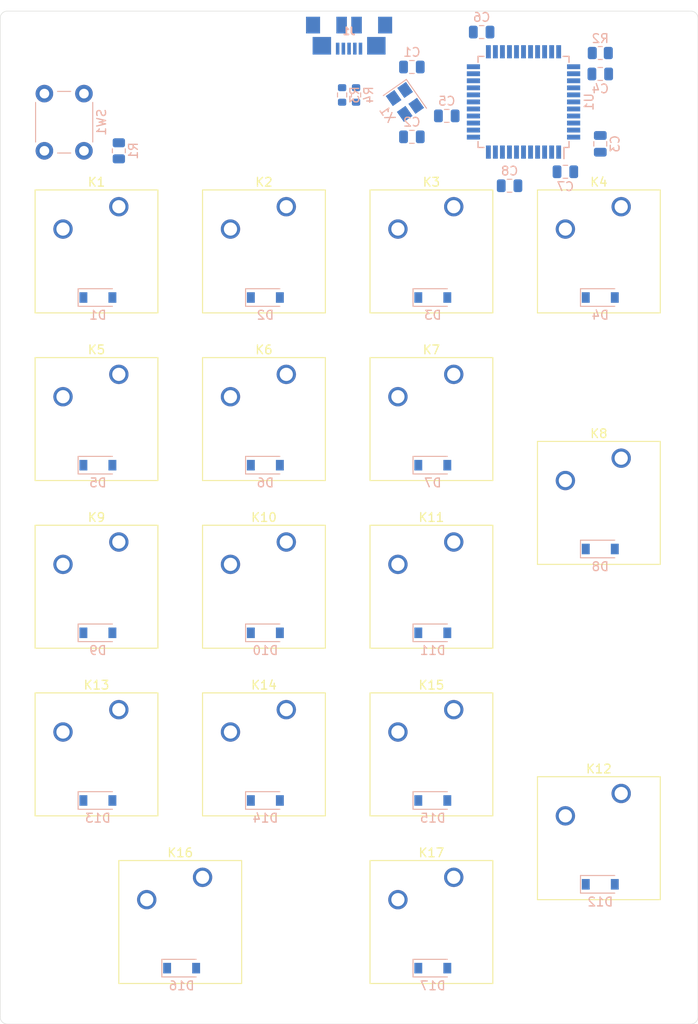
<source format=kicad_pcb>
(kicad_pcb (version 20171130) (host pcbnew 5.1.10-88a1d61d58~90~ubuntu21.04.1)

  (general
    (thickness 1.6)
    (drawings 8)
    (tracks 0)
    (zones 0)
    (modules 50)
    (nets 56)
  )

  (page A4)
  (layers
    (0 F.Cu signal)
    (31 B.Cu signal)
    (32 B.Adhes user)
    (33 F.Adhes user)
    (34 B.Paste user)
    (35 F.Paste user)
    (36 B.SilkS user)
    (37 F.SilkS user)
    (38 B.Mask user)
    (39 F.Mask user)
    (40 Dwgs.User user)
    (41 Cmts.User user)
    (42 Eco1.User user)
    (43 Eco2.User user)
    (44 Edge.Cuts user)
    (45 Margin user)
    (46 B.CrtYd user)
    (47 F.CrtYd user)
    (48 B.Fab user)
    (49 F.Fab user)
  )

  (setup
    (last_trace_width 0.25)
    (trace_clearance 0.2)
    (zone_clearance 0.508)
    (zone_45_only no)
    (trace_min 0.2)
    (via_size 0.8)
    (via_drill 0.4)
    (via_min_size 0.4)
    (via_min_drill 0.3)
    (uvia_size 0.3)
    (uvia_drill 0.1)
    (uvias_allowed no)
    (uvia_min_size 0.2)
    (uvia_min_drill 0.1)
    (edge_width 0.05)
    (segment_width 0.2)
    (pcb_text_width 0.3)
    (pcb_text_size 1.5 1.5)
    (mod_edge_width 0.12)
    (mod_text_size 1 1)
    (mod_text_width 0.15)
    (pad_size 1.524 1.524)
    (pad_drill 0.762)
    (pad_to_mask_clearance 0)
    (aux_axis_origin 0 0)
    (visible_elements FFFFFF7F)
    (pcbplotparams
      (layerselection 0x010fc_ffffffff)
      (usegerberextensions false)
      (usegerberattributes true)
      (usegerberadvancedattributes true)
      (creategerberjobfile true)
      (excludeedgelayer true)
      (linewidth 0.100000)
      (plotframeref false)
      (viasonmask false)
      (mode 1)
      (useauxorigin false)
      (hpglpennumber 1)
      (hpglpenspeed 20)
      (hpglpendiameter 15.000000)
      (psnegative false)
      (psa4output false)
      (plotreference true)
      (plotvalue true)
      (plotinvisibletext false)
      (padsonsilk false)
      (subtractmaskfromsilk false)
      (outputformat 1)
      (mirror false)
      (drillshape 1)
      (scaleselection 1)
      (outputdirectory ""))
  )

  (net 0 "")
  (net 1 GND)
  (net 2 "Net-(C1-Pad1)")
  (net 3 "Net-(C2-Pad1)")
  (net 4 VCC)
  (net 5 "Net-(C8-Pad1)")
  (net 6 "Net-(D1-Pad2)")
  (net 7 /col1)
  (net 8 "Net-(D2-Pad2)")
  (net 9 /col2)
  (net 10 "Net-(D3-Pad2)")
  (net 11 /col3)
  (net 12 "Net-(D4-Pad2)")
  (net 13 /col4)
  (net 14 "Net-(D5-Pad2)")
  (net 15 "Net-(D6-Pad2)")
  (net 16 "Net-(D7-Pad2)")
  (net 17 "Net-(D8-Pad2)")
  (net 18 "Net-(D9-Pad2)")
  (net 19 "Net-(D10-Pad2)")
  (net 20 "Net-(D11-Pad2)")
  (net 21 "Net-(D12-Pad2)")
  (net 22 "Net-(D13-Pad2)")
  (net 23 "Net-(D14-Pad2)")
  (net 24 "Net-(D15-Pad2)")
  (net 25 "Net-(D16-Pad2)")
  (net 26 "Net-(D17-Pad2)")
  (net 27 "Net-(J1-Pad4)")
  (net 28 "Net-(J1-Pad3)")
  (net 29 "Net-(J1-Pad2)")
  (net 30 /row1)
  (net 31 "Net-(R1-Pad2)")
  (net 32 "Net-(R2-Pad2)")
  (net 33 /D+)
  (net 34 /D-)
  (net 35 "Net-(U1-Pad42)")
  (net 36 "Net-(U1-Pad36)")
  (net 37 "Net-(U1-Pad32)")
  (net 38 "Net-(U1-Pad31)")
  (net 39 "Net-(U1-Pad30)")
  (net 40 "Net-(U1-Pad29)")
  (net 41 "Net-(U1-Pad28)")
  (net 42 "Net-(U1-Pad27)")
  (net 43 "Net-(U1-Pad26)")
  (net 44 "Net-(U1-Pad25)")
  (net 45 "Net-(U1-Pad22)")
  (net 46 "Net-(U1-Pad12)")
  (net 47 "Net-(U1-Pad11)")
  (net 48 "Net-(U1-Pad10)")
  (net 49 "Net-(U1-Pad9)")
  (net 50 "Net-(U1-Pad8)")
  (net 51 "Net-(U1-Pad1)")
  (net 52 /row2)
  (net 53 /row3)
  (net 54 /row4)
  (net 55 /row5)

  (net_class Default "This is the default net class."
    (clearance 0.2)
    (trace_width 0.25)
    (via_dia 0.8)
    (via_drill 0.4)
    (uvia_dia 0.3)
    (uvia_drill 0.1)
    (add_net /D+)
    (add_net /D-)
    (add_net /col1)
    (add_net /col2)
    (add_net /col3)
    (add_net /col4)
    (add_net /row1)
    (add_net /row2)
    (add_net /row3)
    (add_net /row4)
    (add_net /row5)
    (add_net GND)
    (add_net "Net-(C1-Pad1)")
    (add_net "Net-(C2-Pad1)")
    (add_net "Net-(C8-Pad1)")
    (add_net "Net-(D1-Pad2)")
    (add_net "Net-(D10-Pad2)")
    (add_net "Net-(D11-Pad2)")
    (add_net "Net-(D12-Pad2)")
    (add_net "Net-(D13-Pad2)")
    (add_net "Net-(D14-Pad2)")
    (add_net "Net-(D15-Pad2)")
    (add_net "Net-(D16-Pad2)")
    (add_net "Net-(D17-Pad2)")
    (add_net "Net-(D2-Pad2)")
    (add_net "Net-(D3-Pad2)")
    (add_net "Net-(D4-Pad2)")
    (add_net "Net-(D5-Pad2)")
    (add_net "Net-(D6-Pad2)")
    (add_net "Net-(D7-Pad2)")
    (add_net "Net-(D8-Pad2)")
    (add_net "Net-(D9-Pad2)")
    (add_net "Net-(J1-Pad2)")
    (add_net "Net-(J1-Pad3)")
    (add_net "Net-(J1-Pad4)")
    (add_net "Net-(R1-Pad2)")
    (add_net "Net-(R2-Pad2)")
    (add_net "Net-(U1-Pad1)")
    (add_net "Net-(U1-Pad10)")
    (add_net "Net-(U1-Pad11)")
    (add_net "Net-(U1-Pad12)")
    (add_net "Net-(U1-Pad22)")
    (add_net "Net-(U1-Pad25)")
    (add_net "Net-(U1-Pad26)")
    (add_net "Net-(U1-Pad27)")
    (add_net "Net-(U1-Pad28)")
    (add_net "Net-(U1-Pad29)")
    (add_net "Net-(U1-Pad30)")
    (add_net "Net-(U1-Pad31)")
    (add_net "Net-(U1-Pad32)")
    (add_net "Net-(U1-Pad36)")
    (add_net "Net-(U1-Pad42)")
    (add_net "Net-(U1-Pad8)")
    (add_net "Net-(U1-Pad9)")
    (add_net VCC)
  )

  (module Button_Switch_Keyboard:SW_Cherry_MX_1.00u_PCB (layer F.Cu) (tedit 5A02FE24) (tstamp 60E95918)
    (at 130.1668 148.4219)
    (descr "Cherry MX keyswitch, 1.00u, PCB mount, http://cherryamericas.com/wp-content/uploads/2014/12/mx_cat.pdf")
    (tags "Cherry MX keyswitch 1.00u PCB")
    (path /60FA5AC2)
    (fp_text reference K17 (at -2.54 -2.794) (layer F.SilkS)
      (effects (font (size 1 1) (thickness 0.15)))
    )
    (fp_text value . (at -2.54 12.954) (layer F.Fab)
      (effects (font (size 1 1) (thickness 0.15)))
    )
    (fp_line (start -9.525 12.065) (end -9.525 -1.905) (layer F.SilkS) (width 0.12))
    (fp_line (start 4.445 12.065) (end -9.525 12.065) (layer F.SilkS) (width 0.12))
    (fp_line (start 4.445 -1.905) (end 4.445 12.065) (layer F.SilkS) (width 0.12))
    (fp_line (start -9.525 -1.905) (end 4.445 -1.905) (layer F.SilkS) (width 0.12))
    (fp_line (start -12.065 14.605) (end -12.065 -4.445) (layer Dwgs.User) (width 0.15))
    (fp_line (start 6.985 14.605) (end -12.065 14.605) (layer Dwgs.User) (width 0.15))
    (fp_line (start 6.985 -4.445) (end 6.985 14.605) (layer Dwgs.User) (width 0.15))
    (fp_line (start -12.065 -4.445) (end 6.985 -4.445) (layer Dwgs.User) (width 0.15))
    (fp_line (start -9.14 -1.52) (end 4.06 -1.52) (layer F.CrtYd) (width 0.05))
    (fp_line (start 4.06 -1.52) (end 4.06 11.68) (layer F.CrtYd) (width 0.05))
    (fp_line (start 4.06 11.68) (end -9.14 11.68) (layer F.CrtYd) (width 0.05))
    (fp_line (start -9.14 11.68) (end -9.14 -1.52) (layer F.CrtYd) (width 0.05))
    (fp_line (start -8.89 11.43) (end -8.89 -1.27) (layer F.Fab) (width 0.1))
    (fp_line (start 3.81 11.43) (end -8.89 11.43) (layer F.Fab) (width 0.1))
    (fp_line (start 3.81 -1.27) (end 3.81 11.43) (layer F.Fab) (width 0.1))
    (fp_line (start -8.89 -1.27) (end 3.81 -1.27) (layer F.Fab) (width 0.1))
    (fp_text user %R (at -2.54 -2.794) (layer F.Fab)
      (effects (font (size 1 1) (thickness 0.15)))
    )
    (pad "" np_thru_hole circle (at 2.54 5.08) (size 1.7 1.7) (drill 1.7) (layers *.Cu *.Mask))
    (pad "" np_thru_hole circle (at -7.62 5.08) (size 1.7 1.7) (drill 1.7) (layers *.Cu *.Mask))
    (pad "" np_thru_hole circle (at -2.54 5.08) (size 4 4) (drill 4) (layers *.Cu *.Mask))
    (pad 2 thru_hole circle (at -6.35 2.54) (size 2.2 2.2) (drill 1.5) (layers *.Cu *.Mask)
      (net 55 /row5))
    (pad 1 thru_hole circle (at 0 0) (size 2.2 2.2) (drill 1.5) (layers *.Cu *.Mask)
      (net 26 "Net-(D17-Pad2)"))
    (model ${KISYS3DMOD}/Button_Switch_Keyboard.3dshapes/SW_Cherry_MX_1.00u_PCB.wrl
      (at (xyz 0 0 0))
      (scale (xyz 1 1 1))
      (rotate (xyz 0 0 0))
    )
  )

  (module Button_Switch_Keyboard:SW_Cherry_MX_2.00u_PCB (layer F.Cu) (tedit 5A02FE24) (tstamp 60E958F3)
    (at 101.5936 148.4219)
    (descr "Cherry MX keyswitch, 2.00u, PCB mount, http://cherryamericas.com/wp-content/uploads/2014/12/mx_cat.pdf")
    (tags "Cherry MX keyswitch 2.00u PCB")
    (path /60FA5AB1)
    (fp_text reference K16 (at -2.54 -2.794) (layer F.SilkS)
      (effects (font (size 1 1) (thickness 0.15)))
    )
    (fp_text value 0 (at -2.54 12.954) (layer F.Fab)
      (effects (font (size 1 1) (thickness 0.15)))
    )
    (fp_line (start -9.525 12.065) (end -9.525 -1.905) (layer F.SilkS) (width 0.12))
    (fp_line (start 4.445 12.065) (end -9.525 12.065) (layer F.SilkS) (width 0.12))
    (fp_line (start 4.445 -1.905) (end 4.445 12.065) (layer F.SilkS) (width 0.12))
    (fp_line (start -9.525 -1.905) (end 4.445 -1.905) (layer F.SilkS) (width 0.12))
    (fp_line (start -21.59 14.605) (end -21.59 -4.445) (layer Dwgs.User) (width 0.15))
    (fp_line (start 16.51 14.605) (end -21.59 14.605) (layer Dwgs.User) (width 0.15))
    (fp_line (start 16.51 -4.445) (end 16.51 14.605) (layer Dwgs.User) (width 0.15))
    (fp_line (start -21.59 -4.445) (end 16.51 -4.445) (layer Dwgs.User) (width 0.15))
    (fp_line (start -9.14 -1.52) (end 4.06 -1.52) (layer F.CrtYd) (width 0.05))
    (fp_line (start 4.06 -1.52) (end 4.06 11.68) (layer F.CrtYd) (width 0.05))
    (fp_line (start 4.06 11.68) (end -9.14 11.68) (layer F.CrtYd) (width 0.05))
    (fp_line (start -9.14 11.68) (end -9.14 -1.52) (layer F.CrtYd) (width 0.05))
    (fp_line (start -8.89 11.43) (end -8.89 -1.27) (layer F.Fab) (width 0.1))
    (fp_line (start 3.81 11.43) (end -8.89 11.43) (layer F.Fab) (width 0.1))
    (fp_line (start 3.81 -1.27) (end 3.81 11.43) (layer F.Fab) (width 0.1))
    (fp_line (start -8.89 -1.27) (end 3.81 -1.27) (layer F.Fab) (width 0.1))
    (fp_text user %R (at -2.54 -2.794) (layer F.Fab)
      (effects (font (size 1 1) (thickness 0.15)))
    )
    (pad "" np_thru_hole circle (at 9.36 -1.92) (size 3.05 3.05) (drill 3.05) (layers *.Cu *.Mask))
    (pad "" np_thru_hole circle (at -14.44 -1.92) (size 3.05 3.05) (drill 3.05) (layers *.Cu *.Mask))
    (pad "" np_thru_hole circle (at -14.44 13.32) (size 4 4) (drill 4) (layers *.Cu *.Mask))
    (pad "" np_thru_hole circle (at 9.36 13.32) (size 4 4) (drill 4) (layers *.Cu *.Mask))
    (pad "" np_thru_hole circle (at 2.54 5.08) (size 1.7 1.7) (drill 1.7) (layers *.Cu *.Mask))
    (pad "" np_thru_hole circle (at -7.62 5.08) (size 1.7 1.7) (drill 1.7) (layers *.Cu *.Mask))
    (pad "" np_thru_hole circle (at -2.54 5.08) (size 4 4) (drill 4) (layers *.Cu *.Mask))
    (pad 2 thru_hole circle (at -6.35 2.54) (size 2.2 2.2) (drill 1.5) (layers *.Cu *.Mask)
      (net 55 /row5))
    (pad 1 thru_hole circle (at 0 0) (size 2.2 2.2) (drill 1.5) (layers *.Cu *.Mask)
      (net 25 "Net-(D16-Pad2)"))
    (model ${KISYS3DMOD}/Button_Switch_Keyboard.3dshapes/SW_Cherry_MX_2.00u_PCB.wrl
      (at (xyz 0 0 0))
      (scale (xyz 1 1 1))
      (rotate (xyz 0 0 0))
    )
  )

  (module Button_Switch_Keyboard:SW_Cherry_MX_1.00u_PCB (layer F.Cu) (tedit 5A02FE24) (tstamp 60E958A2)
    (at 130.1668 129.3731)
    (descr "Cherry MX keyswitch, 1.00u, PCB mount, http://cherryamericas.com/wp-content/uploads/2014/12/mx_cat.pdf")
    (tags "Cherry MX keyswitch 1.00u PCB")
    (path /60F00E35)
    (fp_text reference K15 (at -2.54 -2.794) (layer F.SilkS)
      (effects (font (size 1 1) (thickness 0.15)))
    )
    (fp_text value 3 (at -2.54 12.954) (layer F.Fab)
      (effects (font (size 1 1) (thickness 0.15)))
    )
    (fp_line (start -9.525 12.065) (end -9.525 -1.905) (layer F.SilkS) (width 0.12))
    (fp_line (start 4.445 12.065) (end -9.525 12.065) (layer F.SilkS) (width 0.12))
    (fp_line (start 4.445 -1.905) (end 4.445 12.065) (layer F.SilkS) (width 0.12))
    (fp_line (start -9.525 -1.905) (end 4.445 -1.905) (layer F.SilkS) (width 0.12))
    (fp_line (start -12.065 14.605) (end -12.065 -4.445) (layer Dwgs.User) (width 0.15))
    (fp_line (start 6.985 14.605) (end -12.065 14.605) (layer Dwgs.User) (width 0.15))
    (fp_line (start 6.985 -4.445) (end 6.985 14.605) (layer Dwgs.User) (width 0.15))
    (fp_line (start -12.065 -4.445) (end 6.985 -4.445) (layer Dwgs.User) (width 0.15))
    (fp_line (start -9.14 -1.52) (end 4.06 -1.52) (layer F.CrtYd) (width 0.05))
    (fp_line (start 4.06 -1.52) (end 4.06 11.68) (layer F.CrtYd) (width 0.05))
    (fp_line (start 4.06 11.68) (end -9.14 11.68) (layer F.CrtYd) (width 0.05))
    (fp_line (start -9.14 11.68) (end -9.14 -1.52) (layer F.CrtYd) (width 0.05))
    (fp_line (start -8.89 11.43) (end -8.89 -1.27) (layer F.Fab) (width 0.1))
    (fp_line (start 3.81 11.43) (end -8.89 11.43) (layer F.Fab) (width 0.1))
    (fp_line (start 3.81 -1.27) (end 3.81 11.43) (layer F.Fab) (width 0.1))
    (fp_line (start -8.89 -1.27) (end 3.81 -1.27) (layer F.Fab) (width 0.1))
    (fp_text user %R (at -2.54 -2.794) (layer F.Fab)
      (effects (font (size 1 1) (thickness 0.15)))
    )
    (pad "" np_thru_hole circle (at 2.54 5.08) (size 1.7 1.7) (drill 1.7) (layers *.Cu *.Mask))
    (pad "" np_thru_hole circle (at -7.62 5.08) (size 1.7 1.7) (drill 1.7) (layers *.Cu *.Mask))
    (pad "" np_thru_hole circle (at -2.54 5.08) (size 4 4) (drill 4) (layers *.Cu *.Mask))
    (pad 2 thru_hole circle (at -6.35 2.54) (size 2.2 2.2) (drill 1.5) (layers *.Cu *.Mask)
      (net 54 /row4))
    (pad 1 thru_hole circle (at 0 0) (size 2.2 2.2) (drill 1.5) (layers *.Cu *.Mask)
      (net 24 "Net-(D15-Pad2)"))
    (model ${KISYS3DMOD}/Button_Switch_Keyboard.3dshapes/SW_Cherry_MX_1.00u_PCB.wrl
      (at (xyz 0 0 0))
      (scale (xyz 1 1 1))
      (rotate (xyz 0 0 0))
    )
  )

  (module Button_Switch_Keyboard:SW_Cherry_MX_1.00u_PCB (layer F.Cu) (tedit 5A02FE24) (tstamp 60E9587D)
    (at 111.118 129.3731)
    (descr "Cherry MX keyswitch, 1.00u, PCB mount, http://cherryamericas.com/wp-content/uploads/2014/12/mx_cat.pdf")
    (tags "Cherry MX keyswitch 1.00u PCB")
    (path /60F00E24)
    (fp_text reference K14 (at -2.54 -2.794) (layer F.SilkS)
      (effects (font (size 1 1) (thickness 0.15)))
    )
    (fp_text value 2 (at -2.54 12.954) (layer F.Fab)
      (effects (font (size 1 1) (thickness 0.15)))
    )
    (fp_line (start -9.525 12.065) (end -9.525 -1.905) (layer F.SilkS) (width 0.12))
    (fp_line (start 4.445 12.065) (end -9.525 12.065) (layer F.SilkS) (width 0.12))
    (fp_line (start 4.445 -1.905) (end 4.445 12.065) (layer F.SilkS) (width 0.12))
    (fp_line (start -9.525 -1.905) (end 4.445 -1.905) (layer F.SilkS) (width 0.12))
    (fp_line (start -12.065 14.605) (end -12.065 -4.445) (layer Dwgs.User) (width 0.15))
    (fp_line (start 6.985 14.605) (end -12.065 14.605) (layer Dwgs.User) (width 0.15))
    (fp_line (start 6.985 -4.445) (end 6.985 14.605) (layer Dwgs.User) (width 0.15))
    (fp_line (start -12.065 -4.445) (end 6.985 -4.445) (layer Dwgs.User) (width 0.15))
    (fp_line (start -9.14 -1.52) (end 4.06 -1.52) (layer F.CrtYd) (width 0.05))
    (fp_line (start 4.06 -1.52) (end 4.06 11.68) (layer F.CrtYd) (width 0.05))
    (fp_line (start 4.06 11.68) (end -9.14 11.68) (layer F.CrtYd) (width 0.05))
    (fp_line (start -9.14 11.68) (end -9.14 -1.52) (layer F.CrtYd) (width 0.05))
    (fp_line (start -8.89 11.43) (end -8.89 -1.27) (layer F.Fab) (width 0.1))
    (fp_line (start 3.81 11.43) (end -8.89 11.43) (layer F.Fab) (width 0.1))
    (fp_line (start 3.81 -1.27) (end 3.81 11.43) (layer F.Fab) (width 0.1))
    (fp_line (start -8.89 -1.27) (end 3.81 -1.27) (layer F.Fab) (width 0.1))
    (fp_text user %R (at -2.54 -2.794) (layer F.Fab)
      (effects (font (size 1 1) (thickness 0.15)))
    )
    (pad "" np_thru_hole circle (at 2.54 5.08) (size 1.7 1.7) (drill 1.7) (layers *.Cu *.Mask))
    (pad "" np_thru_hole circle (at -7.62 5.08) (size 1.7 1.7) (drill 1.7) (layers *.Cu *.Mask))
    (pad "" np_thru_hole circle (at -2.54 5.08) (size 4 4) (drill 4) (layers *.Cu *.Mask))
    (pad 2 thru_hole circle (at -6.35 2.54) (size 2.2 2.2) (drill 1.5) (layers *.Cu *.Mask)
      (net 54 /row4))
    (pad 1 thru_hole circle (at 0 0) (size 2.2 2.2) (drill 1.5) (layers *.Cu *.Mask)
      (net 23 "Net-(D14-Pad2)"))
    (model ${KISYS3DMOD}/Button_Switch_Keyboard.3dshapes/SW_Cherry_MX_1.00u_PCB.wrl
      (at (xyz 0 0 0))
      (scale (xyz 1 1 1))
      (rotate (xyz 0 0 0))
    )
  )

  (module Button_Switch_Keyboard:SW_Cherry_MX_1.00u_PCB (layer F.Cu) (tedit 5A02FE24) (tstamp 60E95858)
    (at 92.0692 129.3731)
    (descr "Cherry MX keyswitch, 1.00u, PCB mount, http://cherryamericas.com/wp-content/uploads/2014/12/mx_cat.pdf")
    (tags "Cherry MX keyswitch 1.00u PCB")
    (path /60F00E13)
    (fp_text reference K13 (at -2.54 -2.794) (layer F.SilkS)
      (effects (font (size 1 1) (thickness 0.15)))
    )
    (fp_text value 1 (at -2.54 12.954) (layer F.Fab)
      (effects (font (size 1 1) (thickness 0.15)))
    )
    (fp_line (start -9.525 12.065) (end -9.525 -1.905) (layer F.SilkS) (width 0.12))
    (fp_line (start 4.445 12.065) (end -9.525 12.065) (layer F.SilkS) (width 0.12))
    (fp_line (start 4.445 -1.905) (end 4.445 12.065) (layer F.SilkS) (width 0.12))
    (fp_line (start -9.525 -1.905) (end 4.445 -1.905) (layer F.SilkS) (width 0.12))
    (fp_line (start -12.065 14.605) (end -12.065 -4.445) (layer Dwgs.User) (width 0.15))
    (fp_line (start 6.985 14.605) (end -12.065 14.605) (layer Dwgs.User) (width 0.15))
    (fp_line (start 6.985 -4.445) (end 6.985 14.605) (layer Dwgs.User) (width 0.15))
    (fp_line (start -12.065 -4.445) (end 6.985 -4.445) (layer Dwgs.User) (width 0.15))
    (fp_line (start -9.14 -1.52) (end 4.06 -1.52) (layer F.CrtYd) (width 0.05))
    (fp_line (start 4.06 -1.52) (end 4.06 11.68) (layer F.CrtYd) (width 0.05))
    (fp_line (start 4.06 11.68) (end -9.14 11.68) (layer F.CrtYd) (width 0.05))
    (fp_line (start -9.14 11.68) (end -9.14 -1.52) (layer F.CrtYd) (width 0.05))
    (fp_line (start -8.89 11.43) (end -8.89 -1.27) (layer F.Fab) (width 0.1))
    (fp_line (start 3.81 11.43) (end -8.89 11.43) (layer F.Fab) (width 0.1))
    (fp_line (start 3.81 -1.27) (end 3.81 11.43) (layer F.Fab) (width 0.1))
    (fp_line (start -8.89 -1.27) (end 3.81 -1.27) (layer F.Fab) (width 0.1))
    (fp_text user %R (at -2.54 -2.794) (layer F.Fab)
      (effects (font (size 1 1) (thickness 0.15)))
    )
    (pad "" np_thru_hole circle (at 2.54 5.08) (size 1.7 1.7) (drill 1.7) (layers *.Cu *.Mask))
    (pad "" np_thru_hole circle (at -7.62 5.08) (size 1.7 1.7) (drill 1.7) (layers *.Cu *.Mask))
    (pad "" np_thru_hole circle (at -2.54 5.08) (size 4 4) (drill 4) (layers *.Cu *.Mask))
    (pad 2 thru_hole circle (at -6.35 2.54) (size 2.2 2.2) (drill 1.5) (layers *.Cu *.Mask)
      (net 54 /row4))
    (pad 1 thru_hole circle (at 0 0) (size 2.2 2.2) (drill 1.5) (layers *.Cu *.Mask)
      (net 22 "Net-(D13-Pad2)"))
    (model ${KISYS3DMOD}/Button_Switch_Keyboard.3dshapes/SW_Cherry_MX_1.00u_PCB.wrl
      (at (xyz 0 0 0))
      (scale (xyz 1 1 1))
      (rotate (xyz 0 0 0))
    )
  )

  (module Button_Switch_Keyboard:SW_Cherry_MX_2.00u_Vertical_PCB (layer F.Cu) (tedit 5A02FE24) (tstamp 60E95833)
    (at 149.2156 138.8975)
    (descr "Cherry MX keyswitch, 2.00u, vertical, PCB mount, http://cherryamericas.com/wp-content/uploads/2014/12/mx_cat.pdf")
    (tags "Cherry MX keyswitch 2.00u vertical PCB")
    (path /60EDF11A)
    (fp_text reference K12 (at -2.54 -2.794) (layer F.SilkS)
      (effects (font (size 1 1) (thickness 0.15)))
    )
    (fp_text value enter (at -2.54 12.954) (layer F.Fab)
      (effects (font (size 1 1) (thickness 0.15)))
    )
    (fp_line (start -9.525 12.065) (end -9.525 -1.905) (layer F.SilkS) (width 0.12))
    (fp_line (start 4.445 12.065) (end -9.525 12.065) (layer F.SilkS) (width 0.12))
    (fp_line (start 4.445 -1.905) (end 4.445 12.065) (layer F.SilkS) (width 0.12))
    (fp_line (start -9.525 -1.905) (end 4.445 -1.905) (layer F.SilkS) (width 0.12))
    (fp_line (start 6.985 24.13) (end -12.065 24.13) (layer Dwgs.User) (width 0.15))
    (fp_line (start 6.985 -13.97) (end 6.985 24.13) (layer Dwgs.User) (width 0.15))
    (fp_line (start -12.065 -13.97) (end 6.985 -13.97) (layer Dwgs.User) (width 0.15))
    (fp_line (start -12.065 24.13) (end -12.065 -13.97) (layer Dwgs.User) (width 0.15))
    (fp_line (start -9.14 -1.52) (end 4.06 -1.52) (layer F.CrtYd) (width 0.05))
    (fp_line (start 4.06 -1.52) (end 4.06 11.68) (layer F.CrtYd) (width 0.05))
    (fp_line (start 4.06 11.68) (end -9.14 11.68) (layer F.CrtYd) (width 0.05))
    (fp_line (start -9.14 11.68) (end -9.14 -1.52) (layer F.CrtYd) (width 0.05))
    (fp_line (start -8.89 11.43) (end -8.89 -1.27) (layer F.Fab) (width 0.1))
    (fp_line (start 3.81 11.43) (end -8.89 11.43) (layer F.Fab) (width 0.1))
    (fp_line (start 3.81 -1.27) (end 3.81 11.43) (layer F.Fab) (width 0.1))
    (fp_line (start -8.89 -1.27) (end 3.81 -1.27) (layer F.Fab) (width 0.1))
    (fp_text user %R (at -2.54 -2.794) (layer F.Fab)
      (effects (font (size 1 1) (thickness 0.15)))
    )
    (pad "" np_thru_hole circle (at -9.54 -6.82) (size 3.05 3.05) (drill 3.05) (layers *.Cu *.Mask))
    (pad "" np_thru_hole circle (at -9.54 16.98) (size 3.05 3.05) (drill 3.05) (layers *.Cu *.Mask))
    (pad "" np_thru_hole circle (at 5.7 16.98) (size 4 4) (drill 4) (layers *.Cu *.Mask))
    (pad "" np_thru_hole circle (at 5.7 -6.82) (size 4 4) (drill 4) (layers *.Cu *.Mask))
    (pad "" np_thru_hole circle (at 2.54 5.08) (size 1.7 1.7) (drill 1.7) (layers *.Cu *.Mask))
    (pad "" np_thru_hole circle (at -7.62 5.08) (size 1.7 1.7) (drill 1.7) (layers *.Cu *.Mask))
    (pad "" np_thru_hole circle (at -2.54 5.08) (size 4 4) (drill 4) (layers *.Cu *.Mask))
    (pad 2 thru_hole circle (at -6.35 2.54) (size 2.2 2.2) (drill 1.5) (layers *.Cu *.Mask)
      (net 53 /row3))
    (pad 1 thru_hole circle (at 0 0) (size 2.2 2.2) (drill 1.5) (layers *.Cu *.Mask)
      (net 21 "Net-(D12-Pad2)"))
    (model ${KISYS3DMOD}/Button_Switch_Keyboard.3dshapes/SW_Cherry_MX_2.00u_Vertical_PCB.wrl
      (at (xyz 0 0 0))
      (scale (xyz 1 1 1))
      (rotate (xyz 0 0 0))
    )
  )

  (module Button_Switch_Keyboard:SW_Cherry_MX_1.00u_PCB (layer F.Cu) (tedit 5A02FE24) (tstamp 60E957E2)
    (at 130.1668 110.3243)
    (descr "Cherry MX keyswitch, 1.00u, PCB mount, http://cherryamericas.com/wp-content/uploads/2014/12/mx_cat.pdf")
    (tags "Cherry MX keyswitch 1.00u PCB")
    (path /60EDF109)
    (fp_text reference K11 (at -2.54 -2.794) (layer F.SilkS)
      (effects (font (size 1 1) (thickness 0.15)))
    )
    (fp_text value 6 (at -2.54 12.954) (layer F.Fab)
      (effects (font (size 1 1) (thickness 0.15)))
    )
    (fp_line (start -9.525 12.065) (end -9.525 -1.905) (layer F.SilkS) (width 0.12))
    (fp_line (start 4.445 12.065) (end -9.525 12.065) (layer F.SilkS) (width 0.12))
    (fp_line (start 4.445 -1.905) (end 4.445 12.065) (layer F.SilkS) (width 0.12))
    (fp_line (start -9.525 -1.905) (end 4.445 -1.905) (layer F.SilkS) (width 0.12))
    (fp_line (start -12.065 14.605) (end -12.065 -4.445) (layer Dwgs.User) (width 0.15))
    (fp_line (start 6.985 14.605) (end -12.065 14.605) (layer Dwgs.User) (width 0.15))
    (fp_line (start 6.985 -4.445) (end 6.985 14.605) (layer Dwgs.User) (width 0.15))
    (fp_line (start -12.065 -4.445) (end 6.985 -4.445) (layer Dwgs.User) (width 0.15))
    (fp_line (start -9.14 -1.52) (end 4.06 -1.52) (layer F.CrtYd) (width 0.05))
    (fp_line (start 4.06 -1.52) (end 4.06 11.68) (layer F.CrtYd) (width 0.05))
    (fp_line (start 4.06 11.68) (end -9.14 11.68) (layer F.CrtYd) (width 0.05))
    (fp_line (start -9.14 11.68) (end -9.14 -1.52) (layer F.CrtYd) (width 0.05))
    (fp_line (start -8.89 11.43) (end -8.89 -1.27) (layer F.Fab) (width 0.1))
    (fp_line (start 3.81 11.43) (end -8.89 11.43) (layer F.Fab) (width 0.1))
    (fp_line (start 3.81 -1.27) (end 3.81 11.43) (layer F.Fab) (width 0.1))
    (fp_line (start -8.89 -1.27) (end 3.81 -1.27) (layer F.Fab) (width 0.1))
    (fp_text user %R (at -2.54 -2.794) (layer F.Fab)
      (effects (font (size 1 1) (thickness 0.15)))
    )
    (pad "" np_thru_hole circle (at 2.54 5.08) (size 1.7 1.7) (drill 1.7) (layers *.Cu *.Mask))
    (pad "" np_thru_hole circle (at -7.62 5.08) (size 1.7 1.7) (drill 1.7) (layers *.Cu *.Mask))
    (pad "" np_thru_hole circle (at -2.54 5.08) (size 4 4) (drill 4) (layers *.Cu *.Mask))
    (pad 2 thru_hole circle (at -6.35 2.54) (size 2.2 2.2) (drill 1.5) (layers *.Cu *.Mask)
      (net 53 /row3))
    (pad 1 thru_hole circle (at 0 0) (size 2.2 2.2) (drill 1.5) (layers *.Cu *.Mask)
      (net 20 "Net-(D11-Pad2)"))
    (model ${KISYS3DMOD}/Button_Switch_Keyboard.3dshapes/SW_Cherry_MX_1.00u_PCB.wrl
      (at (xyz 0 0 0))
      (scale (xyz 1 1 1))
      (rotate (xyz 0 0 0))
    )
  )

  (module Button_Switch_Keyboard:SW_Cherry_MX_1.00u_PCB (layer F.Cu) (tedit 5A02FE24) (tstamp 60E957BD)
    (at 111.118 110.3243)
    (descr "Cherry MX keyswitch, 1.00u, PCB mount, http://cherryamericas.com/wp-content/uploads/2014/12/mx_cat.pdf")
    (tags "Cherry MX keyswitch 1.00u PCB")
    (path /60EDF0F8)
    (fp_text reference K10 (at -2.54 -2.794) (layer F.SilkS)
      (effects (font (size 1 1) (thickness 0.15)))
    )
    (fp_text value 5 (at -2.54 12.954) (layer F.Fab)
      (effects (font (size 1 1) (thickness 0.15)))
    )
    (fp_line (start -9.525 12.065) (end -9.525 -1.905) (layer F.SilkS) (width 0.12))
    (fp_line (start 4.445 12.065) (end -9.525 12.065) (layer F.SilkS) (width 0.12))
    (fp_line (start 4.445 -1.905) (end 4.445 12.065) (layer F.SilkS) (width 0.12))
    (fp_line (start -9.525 -1.905) (end 4.445 -1.905) (layer F.SilkS) (width 0.12))
    (fp_line (start -12.065 14.605) (end -12.065 -4.445) (layer Dwgs.User) (width 0.15))
    (fp_line (start 6.985 14.605) (end -12.065 14.605) (layer Dwgs.User) (width 0.15))
    (fp_line (start 6.985 -4.445) (end 6.985 14.605) (layer Dwgs.User) (width 0.15))
    (fp_line (start -12.065 -4.445) (end 6.985 -4.445) (layer Dwgs.User) (width 0.15))
    (fp_line (start -9.14 -1.52) (end 4.06 -1.52) (layer F.CrtYd) (width 0.05))
    (fp_line (start 4.06 -1.52) (end 4.06 11.68) (layer F.CrtYd) (width 0.05))
    (fp_line (start 4.06 11.68) (end -9.14 11.68) (layer F.CrtYd) (width 0.05))
    (fp_line (start -9.14 11.68) (end -9.14 -1.52) (layer F.CrtYd) (width 0.05))
    (fp_line (start -8.89 11.43) (end -8.89 -1.27) (layer F.Fab) (width 0.1))
    (fp_line (start 3.81 11.43) (end -8.89 11.43) (layer F.Fab) (width 0.1))
    (fp_line (start 3.81 -1.27) (end 3.81 11.43) (layer F.Fab) (width 0.1))
    (fp_line (start -8.89 -1.27) (end 3.81 -1.27) (layer F.Fab) (width 0.1))
    (fp_text user %R (at -2.54 -2.794) (layer F.Fab)
      (effects (font (size 1 1) (thickness 0.15)))
    )
    (pad "" np_thru_hole circle (at 2.54 5.08) (size 1.7 1.7) (drill 1.7) (layers *.Cu *.Mask))
    (pad "" np_thru_hole circle (at -7.62 5.08) (size 1.7 1.7) (drill 1.7) (layers *.Cu *.Mask))
    (pad "" np_thru_hole circle (at -2.54 5.08) (size 4 4) (drill 4) (layers *.Cu *.Mask))
    (pad 2 thru_hole circle (at -6.35 2.54) (size 2.2 2.2) (drill 1.5) (layers *.Cu *.Mask)
      (net 53 /row3))
    (pad 1 thru_hole circle (at 0 0) (size 2.2 2.2) (drill 1.5) (layers *.Cu *.Mask)
      (net 19 "Net-(D10-Pad2)"))
    (model ${KISYS3DMOD}/Button_Switch_Keyboard.3dshapes/SW_Cherry_MX_1.00u_PCB.wrl
      (at (xyz 0 0 0))
      (scale (xyz 1 1 1))
      (rotate (xyz 0 0 0))
    )
  )

  (module Button_Switch_Keyboard:SW_Cherry_MX_1.00u_PCB (layer F.Cu) (tedit 5A02FE24) (tstamp 60E95798)
    (at 92.0692 110.3243)
    (descr "Cherry MX keyswitch, 1.00u, PCB mount, http://cherryamericas.com/wp-content/uploads/2014/12/mx_cat.pdf")
    (tags "Cherry MX keyswitch 1.00u PCB")
    (path /60EDF0E7)
    (fp_text reference K9 (at -2.54 -2.794) (layer F.SilkS)
      (effects (font (size 1 1) (thickness 0.15)))
    )
    (fp_text value 4 (at -2.54 12.954) (layer F.Fab)
      (effects (font (size 1 1) (thickness 0.15)))
    )
    (fp_line (start -9.525 12.065) (end -9.525 -1.905) (layer F.SilkS) (width 0.12))
    (fp_line (start 4.445 12.065) (end -9.525 12.065) (layer F.SilkS) (width 0.12))
    (fp_line (start 4.445 -1.905) (end 4.445 12.065) (layer F.SilkS) (width 0.12))
    (fp_line (start -9.525 -1.905) (end 4.445 -1.905) (layer F.SilkS) (width 0.12))
    (fp_line (start -12.065 14.605) (end -12.065 -4.445) (layer Dwgs.User) (width 0.15))
    (fp_line (start 6.985 14.605) (end -12.065 14.605) (layer Dwgs.User) (width 0.15))
    (fp_line (start 6.985 -4.445) (end 6.985 14.605) (layer Dwgs.User) (width 0.15))
    (fp_line (start -12.065 -4.445) (end 6.985 -4.445) (layer Dwgs.User) (width 0.15))
    (fp_line (start -9.14 -1.52) (end 4.06 -1.52) (layer F.CrtYd) (width 0.05))
    (fp_line (start 4.06 -1.52) (end 4.06 11.68) (layer F.CrtYd) (width 0.05))
    (fp_line (start 4.06 11.68) (end -9.14 11.68) (layer F.CrtYd) (width 0.05))
    (fp_line (start -9.14 11.68) (end -9.14 -1.52) (layer F.CrtYd) (width 0.05))
    (fp_line (start -8.89 11.43) (end -8.89 -1.27) (layer F.Fab) (width 0.1))
    (fp_line (start 3.81 11.43) (end -8.89 11.43) (layer F.Fab) (width 0.1))
    (fp_line (start 3.81 -1.27) (end 3.81 11.43) (layer F.Fab) (width 0.1))
    (fp_line (start -8.89 -1.27) (end 3.81 -1.27) (layer F.Fab) (width 0.1))
    (fp_text user %R (at -2.54 -2.794) (layer F.Fab)
      (effects (font (size 1 1) (thickness 0.15)))
    )
    (pad "" np_thru_hole circle (at 2.54 5.08) (size 1.7 1.7) (drill 1.7) (layers *.Cu *.Mask))
    (pad "" np_thru_hole circle (at -7.62 5.08) (size 1.7 1.7) (drill 1.7) (layers *.Cu *.Mask))
    (pad "" np_thru_hole circle (at -2.54 5.08) (size 4 4) (drill 4) (layers *.Cu *.Mask))
    (pad 2 thru_hole circle (at -6.35 2.54) (size 2.2 2.2) (drill 1.5) (layers *.Cu *.Mask)
      (net 53 /row3))
    (pad 1 thru_hole circle (at 0 0) (size 2.2 2.2) (drill 1.5) (layers *.Cu *.Mask)
      (net 18 "Net-(D9-Pad2)"))
    (model ${KISYS3DMOD}/Button_Switch_Keyboard.3dshapes/SW_Cherry_MX_1.00u_PCB.wrl
      (at (xyz 0 0 0))
      (scale (xyz 1 1 1))
      (rotate (xyz 0 0 0))
    )
  )

  (module Button_Switch_Keyboard:SW_Cherry_MX_2.00u_Vertical_PCB (layer F.Cu) (tedit 5A02FE24) (tstamp 60ED502F)
    (at 149.2156 100.7999)
    (descr "Cherry MX keyswitch, 2.00u, vertical, PCB mount, http://cherryamericas.com/wp-content/uploads/2014/12/mx_cat.pdf")
    (tags "Cherry MX keyswitch 2.00u vertical PCB")
    (path /60EDA3A2)
    (fp_text reference K8 (at -2.54 -2.794) (layer F.SilkS)
      (effects (font (size 1 1) (thickness 0.15)))
    )
    (fp_text value + (at -2.54 12.954) (layer F.Fab)
      (effects (font (size 1 1) (thickness 0.15)))
    )
    (fp_line (start -9.525 12.065) (end -9.525 -1.905) (layer F.SilkS) (width 0.12))
    (fp_line (start 4.445 12.065) (end -9.525 12.065) (layer F.SilkS) (width 0.12))
    (fp_line (start 4.445 -1.905) (end 4.445 12.065) (layer F.SilkS) (width 0.12))
    (fp_line (start -9.525 -1.905) (end 4.445 -1.905) (layer F.SilkS) (width 0.12))
    (fp_line (start 6.985 24.13) (end -12.065 24.13) (layer Dwgs.User) (width 0.15))
    (fp_line (start 6.985 -13.97) (end 6.985 24.13) (layer Dwgs.User) (width 0.15))
    (fp_line (start -12.065 -13.97) (end 6.985 -13.97) (layer Dwgs.User) (width 0.15))
    (fp_line (start -12.065 24.13) (end -12.065 -13.97) (layer Dwgs.User) (width 0.15))
    (fp_line (start -9.14 -1.52) (end 4.06 -1.52) (layer F.CrtYd) (width 0.05))
    (fp_line (start 4.06 -1.52) (end 4.06 11.68) (layer F.CrtYd) (width 0.05))
    (fp_line (start 4.06 11.68) (end -9.14 11.68) (layer F.CrtYd) (width 0.05))
    (fp_line (start -9.14 11.68) (end -9.14 -1.52) (layer F.CrtYd) (width 0.05))
    (fp_line (start -8.89 11.43) (end -8.89 -1.27) (layer F.Fab) (width 0.1))
    (fp_line (start 3.81 11.43) (end -8.89 11.43) (layer F.Fab) (width 0.1))
    (fp_line (start 3.81 -1.27) (end 3.81 11.43) (layer F.Fab) (width 0.1))
    (fp_line (start -8.89 -1.27) (end 3.81 -1.27) (layer F.Fab) (width 0.1))
    (fp_text user %R (at -2.54 -2.794) (layer F.Fab)
      (effects (font (size 1 1) (thickness 0.15)))
    )
    (pad "" np_thru_hole circle (at -9.54 -6.82) (size 3.05 3.05) (drill 3.05) (layers *.Cu *.Mask))
    (pad "" np_thru_hole circle (at -9.54 16.98) (size 3.05 3.05) (drill 3.05) (layers *.Cu *.Mask))
    (pad "" np_thru_hole circle (at 5.7 16.98) (size 4 4) (drill 4) (layers *.Cu *.Mask))
    (pad "" np_thru_hole circle (at 5.7 -6.82) (size 4 4) (drill 4) (layers *.Cu *.Mask))
    (pad "" np_thru_hole circle (at 2.54 5.08) (size 1.7 1.7) (drill 1.7) (layers *.Cu *.Mask))
    (pad "" np_thru_hole circle (at -7.62 5.08) (size 1.7 1.7) (drill 1.7) (layers *.Cu *.Mask))
    (pad "" np_thru_hole circle (at -2.54 5.08) (size 4 4) (drill 4) (layers *.Cu *.Mask))
    (pad 2 thru_hole circle (at -6.35 2.54) (size 2.2 2.2) (drill 1.5) (layers *.Cu *.Mask)
      (net 52 /row2))
    (pad 1 thru_hole circle (at 0 0) (size 2.2 2.2) (drill 1.5) (layers *.Cu *.Mask)
      (net 17 "Net-(D8-Pad2)"))
    (model ${KISYS3DMOD}/Button_Switch_Keyboard.3dshapes/SW_Cherry_MX_2.00u_Vertical_PCB.wrl
      (at (xyz 0 0 0))
      (scale (xyz 1 1 1))
      (rotate (xyz 0 0 0))
    )
  )

  (module Button_Switch_Keyboard:SW_Cherry_MX_1.00u_PCB (layer F.Cu) (tedit 5A02FE24) (tstamp 60E95722)
    (at 130.1668 91.2755)
    (descr "Cherry MX keyswitch, 1.00u, PCB mount, http://cherryamericas.com/wp-content/uploads/2014/12/mx_cat.pdf")
    (tags "Cherry MX keyswitch 1.00u PCB")
    (path /60EDA391)
    (fp_text reference K7 (at -2.54 -2.794) (layer F.SilkS)
      (effects (font (size 1 1) (thickness 0.15)))
    )
    (fp_text value 9 (at -2.54 12.954) (layer F.Fab)
      (effects (font (size 1 1) (thickness 0.15)))
    )
    (fp_line (start -9.525 12.065) (end -9.525 -1.905) (layer F.SilkS) (width 0.12))
    (fp_line (start 4.445 12.065) (end -9.525 12.065) (layer F.SilkS) (width 0.12))
    (fp_line (start 4.445 -1.905) (end 4.445 12.065) (layer F.SilkS) (width 0.12))
    (fp_line (start -9.525 -1.905) (end 4.445 -1.905) (layer F.SilkS) (width 0.12))
    (fp_line (start -12.065 14.605) (end -12.065 -4.445) (layer Dwgs.User) (width 0.15))
    (fp_line (start 6.985 14.605) (end -12.065 14.605) (layer Dwgs.User) (width 0.15))
    (fp_line (start 6.985 -4.445) (end 6.985 14.605) (layer Dwgs.User) (width 0.15))
    (fp_line (start -12.065 -4.445) (end 6.985 -4.445) (layer Dwgs.User) (width 0.15))
    (fp_line (start -9.14 -1.52) (end 4.06 -1.52) (layer F.CrtYd) (width 0.05))
    (fp_line (start 4.06 -1.52) (end 4.06 11.68) (layer F.CrtYd) (width 0.05))
    (fp_line (start 4.06 11.68) (end -9.14 11.68) (layer F.CrtYd) (width 0.05))
    (fp_line (start -9.14 11.68) (end -9.14 -1.52) (layer F.CrtYd) (width 0.05))
    (fp_line (start -8.89 11.43) (end -8.89 -1.27) (layer F.Fab) (width 0.1))
    (fp_line (start 3.81 11.43) (end -8.89 11.43) (layer F.Fab) (width 0.1))
    (fp_line (start 3.81 -1.27) (end 3.81 11.43) (layer F.Fab) (width 0.1))
    (fp_line (start -8.89 -1.27) (end 3.81 -1.27) (layer F.Fab) (width 0.1))
    (fp_text user %R (at -2.54 -2.794) (layer F.Fab)
      (effects (font (size 1 1) (thickness 0.15)))
    )
    (pad "" np_thru_hole circle (at 2.54 5.08) (size 1.7 1.7) (drill 1.7) (layers *.Cu *.Mask))
    (pad "" np_thru_hole circle (at -7.62 5.08) (size 1.7 1.7) (drill 1.7) (layers *.Cu *.Mask))
    (pad "" np_thru_hole circle (at -2.54 5.08) (size 4 4) (drill 4) (layers *.Cu *.Mask))
    (pad 2 thru_hole circle (at -6.35 2.54) (size 2.2 2.2) (drill 1.5) (layers *.Cu *.Mask)
      (net 52 /row2))
    (pad 1 thru_hole circle (at 0 0) (size 2.2 2.2) (drill 1.5) (layers *.Cu *.Mask)
      (net 16 "Net-(D7-Pad2)"))
    (model ${KISYS3DMOD}/Button_Switch_Keyboard.3dshapes/SW_Cherry_MX_1.00u_PCB.wrl
      (at (xyz 0 0 0))
      (scale (xyz 1 1 1))
      (rotate (xyz 0 0 0))
    )
  )

  (module Button_Switch_Keyboard:SW_Cherry_MX_1.00u_PCB (layer F.Cu) (tedit 5A02FE24) (tstamp 60E956FD)
    (at 111.118 91.2755)
    (descr "Cherry MX keyswitch, 1.00u, PCB mount, http://cherryamericas.com/wp-content/uploads/2014/12/mx_cat.pdf")
    (tags "Cherry MX keyswitch 1.00u PCB")
    (path /60EDA380)
    (fp_text reference K6 (at -2.54 -2.794) (layer F.SilkS)
      (effects (font (size 1 1) (thickness 0.15)))
    )
    (fp_text value 8 (at -2.54 12.954) (layer F.Fab)
      (effects (font (size 1 1) (thickness 0.15)))
    )
    (fp_line (start -9.525 12.065) (end -9.525 -1.905) (layer F.SilkS) (width 0.12))
    (fp_line (start 4.445 12.065) (end -9.525 12.065) (layer F.SilkS) (width 0.12))
    (fp_line (start 4.445 -1.905) (end 4.445 12.065) (layer F.SilkS) (width 0.12))
    (fp_line (start -9.525 -1.905) (end 4.445 -1.905) (layer F.SilkS) (width 0.12))
    (fp_line (start -12.065 14.605) (end -12.065 -4.445) (layer Dwgs.User) (width 0.15))
    (fp_line (start 6.985 14.605) (end -12.065 14.605) (layer Dwgs.User) (width 0.15))
    (fp_line (start 6.985 -4.445) (end 6.985 14.605) (layer Dwgs.User) (width 0.15))
    (fp_line (start -12.065 -4.445) (end 6.985 -4.445) (layer Dwgs.User) (width 0.15))
    (fp_line (start -9.14 -1.52) (end 4.06 -1.52) (layer F.CrtYd) (width 0.05))
    (fp_line (start 4.06 -1.52) (end 4.06 11.68) (layer F.CrtYd) (width 0.05))
    (fp_line (start 4.06 11.68) (end -9.14 11.68) (layer F.CrtYd) (width 0.05))
    (fp_line (start -9.14 11.68) (end -9.14 -1.52) (layer F.CrtYd) (width 0.05))
    (fp_line (start -8.89 11.43) (end -8.89 -1.27) (layer F.Fab) (width 0.1))
    (fp_line (start 3.81 11.43) (end -8.89 11.43) (layer F.Fab) (width 0.1))
    (fp_line (start 3.81 -1.27) (end 3.81 11.43) (layer F.Fab) (width 0.1))
    (fp_line (start -8.89 -1.27) (end 3.81 -1.27) (layer F.Fab) (width 0.1))
    (fp_text user %R (at -2.54 -2.794) (layer F.Fab)
      (effects (font (size 1 1) (thickness 0.15)))
    )
    (pad "" np_thru_hole circle (at 2.54 5.08) (size 1.7 1.7) (drill 1.7) (layers *.Cu *.Mask))
    (pad "" np_thru_hole circle (at -7.62 5.08) (size 1.7 1.7) (drill 1.7) (layers *.Cu *.Mask))
    (pad "" np_thru_hole circle (at -2.54 5.08) (size 4 4) (drill 4) (layers *.Cu *.Mask))
    (pad 2 thru_hole circle (at -6.35 2.54) (size 2.2 2.2) (drill 1.5) (layers *.Cu *.Mask)
      (net 52 /row2))
    (pad 1 thru_hole circle (at 0 0) (size 2.2 2.2) (drill 1.5) (layers *.Cu *.Mask)
      (net 15 "Net-(D6-Pad2)"))
    (model ${KISYS3DMOD}/Button_Switch_Keyboard.3dshapes/SW_Cherry_MX_1.00u_PCB.wrl
      (at (xyz 0 0 0))
      (scale (xyz 1 1 1))
      (rotate (xyz 0 0 0))
    )
  )

  (module Button_Switch_Keyboard:SW_Cherry_MX_1.00u_PCB (layer F.Cu) (tedit 5A02FE24) (tstamp 60E956D8)
    (at 92.0692 91.2755)
    (descr "Cherry MX keyswitch, 1.00u, PCB mount, http://cherryamericas.com/wp-content/uploads/2014/12/mx_cat.pdf")
    (tags "Cherry MX keyswitch 1.00u PCB")
    (path /60EDA36F)
    (fp_text reference K5 (at -2.54 -2.794) (layer F.SilkS)
      (effects (font (size 1 1) (thickness 0.15)))
    )
    (fp_text value 7 (at -2.54 12.954) (layer F.Fab)
      (effects (font (size 1 1) (thickness 0.15)))
    )
    (fp_line (start -9.525 12.065) (end -9.525 -1.905) (layer F.SilkS) (width 0.12))
    (fp_line (start 4.445 12.065) (end -9.525 12.065) (layer F.SilkS) (width 0.12))
    (fp_line (start 4.445 -1.905) (end 4.445 12.065) (layer F.SilkS) (width 0.12))
    (fp_line (start -9.525 -1.905) (end 4.445 -1.905) (layer F.SilkS) (width 0.12))
    (fp_line (start -12.065 14.605) (end -12.065 -4.445) (layer Dwgs.User) (width 0.15))
    (fp_line (start 6.985 14.605) (end -12.065 14.605) (layer Dwgs.User) (width 0.15))
    (fp_line (start 6.985 -4.445) (end 6.985 14.605) (layer Dwgs.User) (width 0.15))
    (fp_line (start -12.065 -4.445) (end 6.985 -4.445) (layer Dwgs.User) (width 0.15))
    (fp_line (start -9.14 -1.52) (end 4.06 -1.52) (layer F.CrtYd) (width 0.05))
    (fp_line (start 4.06 -1.52) (end 4.06 11.68) (layer F.CrtYd) (width 0.05))
    (fp_line (start 4.06 11.68) (end -9.14 11.68) (layer F.CrtYd) (width 0.05))
    (fp_line (start -9.14 11.68) (end -9.14 -1.52) (layer F.CrtYd) (width 0.05))
    (fp_line (start -8.89 11.43) (end -8.89 -1.27) (layer F.Fab) (width 0.1))
    (fp_line (start 3.81 11.43) (end -8.89 11.43) (layer F.Fab) (width 0.1))
    (fp_line (start 3.81 -1.27) (end 3.81 11.43) (layer F.Fab) (width 0.1))
    (fp_line (start -8.89 -1.27) (end 3.81 -1.27) (layer F.Fab) (width 0.1))
    (fp_text user %R (at -2.54 -2.794) (layer F.Fab)
      (effects (font (size 1 1) (thickness 0.15)))
    )
    (pad "" np_thru_hole circle (at 2.54 5.08) (size 1.7 1.7) (drill 1.7) (layers *.Cu *.Mask))
    (pad "" np_thru_hole circle (at -7.62 5.08) (size 1.7 1.7) (drill 1.7) (layers *.Cu *.Mask))
    (pad "" np_thru_hole circle (at -2.54 5.08) (size 4 4) (drill 4) (layers *.Cu *.Mask))
    (pad 2 thru_hole circle (at -6.35 2.54) (size 2.2 2.2) (drill 1.5) (layers *.Cu *.Mask)
      (net 52 /row2))
    (pad 1 thru_hole circle (at 0 0) (size 2.2 2.2) (drill 1.5) (layers *.Cu *.Mask)
      (net 14 "Net-(D5-Pad2)"))
    (model ${KISYS3DMOD}/Button_Switch_Keyboard.3dshapes/SW_Cherry_MX_1.00u_PCB.wrl
      (at (xyz 0 0 0))
      (scale (xyz 1 1 1))
      (rotate (xyz 0 0 0))
    )
  )

  (module Button_Switch_Keyboard:SW_Cherry_MX_1.00u_PCB (layer F.Cu) (tedit 5A02FE24) (tstamp 60E956B3)
    (at 149.2156 72.2267)
    (descr "Cherry MX keyswitch, 1.00u, PCB mount, http://cherryamericas.com/wp-content/uploads/2014/12/mx_cat.pdf")
    (tags "Cherry MX keyswitch 1.00u PCB")
    (path /60EC9F79)
    (fp_text reference K4 (at -2.54 -2.794) (layer F.SilkS)
      (effects (font (size 1 1) (thickness 0.15)))
    )
    (fp_text value - (at -2.54 12.954) (layer F.Fab)
      (effects (font (size 1 1) (thickness 0.15)))
    )
    (fp_line (start -9.525 12.065) (end -9.525 -1.905) (layer F.SilkS) (width 0.12))
    (fp_line (start 4.445 12.065) (end -9.525 12.065) (layer F.SilkS) (width 0.12))
    (fp_line (start 4.445 -1.905) (end 4.445 12.065) (layer F.SilkS) (width 0.12))
    (fp_line (start -9.525 -1.905) (end 4.445 -1.905) (layer F.SilkS) (width 0.12))
    (fp_line (start -12.065 14.605) (end -12.065 -4.445) (layer Dwgs.User) (width 0.15))
    (fp_line (start 6.985 14.605) (end -12.065 14.605) (layer Dwgs.User) (width 0.15))
    (fp_line (start 6.985 -4.445) (end 6.985 14.605) (layer Dwgs.User) (width 0.15))
    (fp_line (start -12.065 -4.445) (end 6.985 -4.445) (layer Dwgs.User) (width 0.15))
    (fp_line (start -9.14 -1.52) (end 4.06 -1.52) (layer F.CrtYd) (width 0.05))
    (fp_line (start 4.06 -1.52) (end 4.06 11.68) (layer F.CrtYd) (width 0.05))
    (fp_line (start 4.06 11.68) (end -9.14 11.68) (layer F.CrtYd) (width 0.05))
    (fp_line (start -9.14 11.68) (end -9.14 -1.52) (layer F.CrtYd) (width 0.05))
    (fp_line (start -8.89 11.43) (end -8.89 -1.27) (layer F.Fab) (width 0.1))
    (fp_line (start 3.81 11.43) (end -8.89 11.43) (layer F.Fab) (width 0.1))
    (fp_line (start 3.81 -1.27) (end 3.81 11.43) (layer F.Fab) (width 0.1))
    (fp_line (start -8.89 -1.27) (end 3.81 -1.27) (layer F.Fab) (width 0.1))
    (fp_text user %R (at -2.54 -2.794) (layer F.Fab)
      (effects (font (size 1 1) (thickness 0.15)))
    )
    (pad "" np_thru_hole circle (at 2.54 5.08) (size 1.7 1.7) (drill 1.7) (layers *.Cu *.Mask))
    (pad "" np_thru_hole circle (at -7.62 5.08) (size 1.7 1.7) (drill 1.7) (layers *.Cu *.Mask))
    (pad "" np_thru_hole circle (at -2.54 5.08) (size 4 4) (drill 4) (layers *.Cu *.Mask))
    (pad 2 thru_hole circle (at -6.35 2.54) (size 2.2 2.2) (drill 1.5) (layers *.Cu *.Mask)
      (net 30 /row1))
    (pad 1 thru_hole circle (at 0 0) (size 2.2 2.2) (drill 1.5) (layers *.Cu *.Mask)
      (net 12 "Net-(D4-Pad2)"))
    (model ${KISYS3DMOD}/Button_Switch_Keyboard.3dshapes/SW_Cherry_MX_1.00u_PCB.wrl
      (at (xyz 0 0 0))
      (scale (xyz 1 1 1))
      (rotate (xyz 0 0 0))
    )
  )

  (module Button_Switch_Keyboard:SW_Cherry_MX_1.00u_PCB (layer F.Cu) (tedit 5A02FE24) (tstamp 60ECF329)
    (at 130.1668 72.2267)
    (descr "Cherry MX keyswitch, 1.00u, PCB mount, http://cherryamericas.com/wp-content/uploads/2014/12/mx_cat.pdf")
    (tags "Cherry MX keyswitch 1.00u PCB")
    (path /60EC88EF)
    (fp_text reference K3 (at -2.54 -2.794) (layer F.SilkS)
      (effects (font (size 1 1) (thickness 0.15)))
    )
    (fp_text value * (at -2.54 12.954) (layer F.Fab)
      (effects (font (size 1 1) (thickness 0.15)))
    )
    (fp_line (start -9.525 12.065) (end -9.525 -1.905) (layer F.SilkS) (width 0.12))
    (fp_line (start 4.445 12.065) (end -9.525 12.065) (layer F.SilkS) (width 0.12))
    (fp_line (start 4.445 -1.905) (end 4.445 12.065) (layer F.SilkS) (width 0.12))
    (fp_line (start -9.525 -1.905) (end 4.445 -1.905) (layer F.SilkS) (width 0.12))
    (fp_line (start -12.065 14.605) (end -12.065 -4.445) (layer Dwgs.User) (width 0.15))
    (fp_line (start 6.985 14.605) (end -12.065 14.605) (layer Dwgs.User) (width 0.15))
    (fp_line (start 6.985 -4.445) (end 6.985 14.605) (layer Dwgs.User) (width 0.15))
    (fp_line (start -12.065 -4.445) (end 6.985 -4.445) (layer Dwgs.User) (width 0.15))
    (fp_line (start -9.14 -1.52) (end 4.06 -1.52) (layer F.CrtYd) (width 0.05))
    (fp_line (start 4.06 -1.52) (end 4.06 11.68) (layer F.CrtYd) (width 0.05))
    (fp_line (start 4.06 11.68) (end -9.14 11.68) (layer F.CrtYd) (width 0.05))
    (fp_line (start -9.14 11.68) (end -9.14 -1.52) (layer F.CrtYd) (width 0.05))
    (fp_line (start -8.89 11.43) (end -8.89 -1.27) (layer F.Fab) (width 0.1))
    (fp_line (start 3.81 11.43) (end -8.89 11.43) (layer F.Fab) (width 0.1))
    (fp_line (start 3.81 -1.27) (end 3.81 11.43) (layer F.Fab) (width 0.1))
    (fp_line (start -8.89 -1.27) (end 3.81 -1.27) (layer F.Fab) (width 0.1))
    (fp_text user %R (at -2.54 -2.794) (layer F.Fab)
      (effects (font (size 1 1) (thickness 0.15)))
    )
    (pad "" np_thru_hole circle (at 2.54 5.08) (size 1.7 1.7) (drill 1.7) (layers *.Cu *.Mask))
    (pad "" np_thru_hole circle (at -7.62 5.08) (size 1.7 1.7) (drill 1.7) (layers *.Cu *.Mask))
    (pad "" np_thru_hole circle (at -2.54 5.08) (size 4 4) (drill 4) (layers *.Cu *.Mask))
    (pad 2 thru_hole circle (at -6.35 2.54) (size 2.2 2.2) (drill 1.5) (layers *.Cu *.Mask)
      (net 30 /row1))
    (pad 1 thru_hole circle (at 0 0) (size 2.2 2.2) (drill 1.5) (layers *.Cu *.Mask)
      (net 10 "Net-(D3-Pad2)"))
    (model ${KISYS3DMOD}/Button_Switch_Keyboard.3dshapes/SW_Cherry_MX_1.00u_PCB.wrl
      (at (xyz 0 0 0))
      (scale (xyz 1 1 1))
      (rotate (xyz 0 0 0))
    )
  )

  (module Button_Switch_Keyboard:SW_Cherry_MX_1.00u_PCB (layer F.Cu) (tedit 5A02FE24) (tstamp 60E95669)
    (at 111.118 72.2267)
    (descr "Cherry MX keyswitch, 1.00u, PCB mount, http://cherryamericas.com/wp-content/uploads/2014/12/mx_cat.pdf")
    (tags "Cherry MX keyswitch 1.00u PCB")
    (path /60EC6DB5)
    (fp_text reference K2 (at -2.54 -2.794) (layer F.SilkS)
      (effects (font (size 1 1) (thickness 0.15)))
    )
    (fp_text value / (at -2.54 12.954) (layer F.Fab)
      (effects (font (size 1 1) (thickness 0.15)))
    )
    (fp_line (start -9.525 12.065) (end -9.525 -1.905) (layer F.SilkS) (width 0.12))
    (fp_line (start 4.445 12.065) (end -9.525 12.065) (layer F.SilkS) (width 0.12))
    (fp_line (start 4.445 -1.905) (end 4.445 12.065) (layer F.SilkS) (width 0.12))
    (fp_line (start -9.525 -1.905) (end 4.445 -1.905) (layer F.SilkS) (width 0.12))
    (fp_line (start -12.065 14.605) (end -12.065 -4.445) (layer Dwgs.User) (width 0.15))
    (fp_line (start 6.985 14.605) (end -12.065 14.605) (layer Dwgs.User) (width 0.15))
    (fp_line (start 6.985 -4.445) (end 6.985 14.605) (layer Dwgs.User) (width 0.15))
    (fp_line (start -12.065 -4.445) (end 6.985 -4.445) (layer Dwgs.User) (width 0.15))
    (fp_line (start -9.14 -1.52) (end 4.06 -1.52) (layer F.CrtYd) (width 0.05))
    (fp_line (start 4.06 -1.52) (end 4.06 11.68) (layer F.CrtYd) (width 0.05))
    (fp_line (start 4.06 11.68) (end -9.14 11.68) (layer F.CrtYd) (width 0.05))
    (fp_line (start -9.14 11.68) (end -9.14 -1.52) (layer F.CrtYd) (width 0.05))
    (fp_line (start -8.89 11.43) (end -8.89 -1.27) (layer F.Fab) (width 0.1))
    (fp_line (start 3.81 11.43) (end -8.89 11.43) (layer F.Fab) (width 0.1))
    (fp_line (start 3.81 -1.27) (end 3.81 11.43) (layer F.Fab) (width 0.1))
    (fp_line (start -8.89 -1.27) (end 3.81 -1.27) (layer F.Fab) (width 0.1))
    (fp_text user %R (at -2.54 -2.794) (layer F.Fab)
      (effects (font (size 1 1) (thickness 0.15)))
    )
    (pad "" np_thru_hole circle (at 2.54 5.08) (size 1.7 1.7) (drill 1.7) (layers *.Cu *.Mask))
    (pad "" np_thru_hole circle (at -7.62 5.08) (size 1.7 1.7) (drill 1.7) (layers *.Cu *.Mask))
    (pad "" np_thru_hole circle (at -2.54 5.08) (size 4 4) (drill 4) (layers *.Cu *.Mask))
    (pad 2 thru_hole circle (at -6.35 2.54) (size 2.2 2.2) (drill 1.5) (layers *.Cu *.Mask)
      (net 30 /row1))
    (pad 1 thru_hole circle (at 0 0) (size 2.2 2.2) (drill 1.5) (layers *.Cu *.Mask)
      (net 8 "Net-(D2-Pad2)"))
    (model ${KISYS3DMOD}/Button_Switch_Keyboard.3dshapes/SW_Cherry_MX_1.00u_PCB.wrl
      (at (xyz 0 0 0))
      (scale (xyz 1 1 1))
      (rotate (xyz 0 0 0))
    )
  )

  (module Button_Switch_Keyboard:SW_Cherry_MX_1.00u_PCB (layer F.Cu) (tedit 5A02FE24) (tstamp 60E95644)
    (at 92.0692 72.2267)
    (descr "Cherry MX keyswitch, 1.00u, PCB mount, http://cherryamericas.com/wp-content/uploads/2014/12/mx_cat.pdf")
    (tags "Cherry MX keyswitch 1.00u PCB")
    (path /60EAE01F)
    (fp_text reference K1 (at -2.54 -2.794) (layer F.SilkS)
      (effects (font (size 1 1) (thickness 0.15)))
    )
    (fp_text value numlk (at -2.54 12.954) (layer F.Fab)
      (effects (font (size 1 1) (thickness 0.15)))
    )
    (fp_line (start -9.525 12.065) (end -9.525 -1.905) (layer F.SilkS) (width 0.12))
    (fp_line (start 4.445 12.065) (end -9.525 12.065) (layer F.SilkS) (width 0.12))
    (fp_line (start 4.445 -1.905) (end 4.445 12.065) (layer F.SilkS) (width 0.12))
    (fp_line (start -9.525 -1.905) (end 4.445 -1.905) (layer F.SilkS) (width 0.12))
    (fp_line (start -12.065 14.605) (end -12.065 -4.445) (layer Dwgs.User) (width 0.15))
    (fp_line (start 6.985 14.605) (end -12.065 14.605) (layer Dwgs.User) (width 0.15))
    (fp_line (start 6.985 -4.445) (end 6.985 14.605) (layer Dwgs.User) (width 0.15))
    (fp_line (start -12.065 -4.445) (end 6.985 -4.445) (layer Dwgs.User) (width 0.15))
    (fp_line (start -9.14 -1.52) (end 4.06 -1.52) (layer F.CrtYd) (width 0.05))
    (fp_line (start 4.06 -1.52) (end 4.06 11.68) (layer F.CrtYd) (width 0.05))
    (fp_line (start 4.06 11.68) (end -9.14 11.68) (layer F.CrtYd) (width 0.05))
    (fp_line (start -9.14 11.68) (end -9.14 -1.52) (layer F.CrtYd) (width 0.05))
    (fp_line (start -8.89 11.43) (end -8.89 -1.27) (layer F.Fab) (width 0.1))
    (fp_line (start 3.81 11.43) (end -8.89 11.43) (layer F.Fab) (width 0.1))
    (fp_line (start 3.81 -1.27) (end 3.81 11.43) (layer F.Fab) (width 0.1))
    (fp_line (start -8.89 -1.27) (end 3.81 -1.27) (layer F.Fab) (width 0.1))
    (fp_text user %R (at -2.54 -2.794) (layer F.Fab)
      (effects (font (size 1 1) (thickness 0.15)))
    )
    (pad "" np_thru_hole circle (at 2.54 5.08) (size 1.7 1.7) (drill 1.7) (layers *.Cu *.Mask))
    (pad "" np_thru_hole circle (at -7.62 5.08) (size 1.7 1.7) (drill 1.7) (layers *.Cu *.Mask))
    (pad "" np_thru_hole circle (at -2.54 5.08) (size 4 4) (drill 4) (layers *.Cu *.Mask))
    (pad 2 thru_hole circle (at -6.35 2.54) (size 2.2 2.2) (drill 1.5) (layers *.Cu *.Mask)
      (net 30 /row1))
    (pad 1 thru_hole circle (at 0 0) (size 2.2 2.2) (drill 1.5) (layers *.Cu *.Mask)
      (net 6 "Net-(D1-Pad2)"))
    (model ${KISYS3DMOD}/Button_Switch_Keyboard.3dshapes/SW_Cherry_MX_1.00u_PCB.wrl
      (at (xyz 0 0 0))
      (scale (xyz 1 1 1))
      (rotate (xyz 0 0 0))
    )
  )

  (module Crystal:Crystal_SMD_SeikoEpson_FA238-4Pin_3.2x2.5mm (layer B.Cu) (tedit 5A0FD1B2) (tstamp 60EEAE87)
    (at 124.6109 60.3212 305)
    (descr "crystal Epson Toyocom FA-238 https://support.epson.biz/td/api/doc_check.php?dl=brief_fa-238v_en.pdf, 3.2x2.5mm^2 package")
    (tags "SMD SMT crystal")
    (path /60E56407)
    (attr smd)
    (fp_text reference X1 (at 0 2.45 125) (layer B.SilkS)
      (effects (font (size 1 1) (thickness 0.15)) (justify mirror))
    )
    (fp_text value 18pF (at 0 -2.45 125) (layer B.Fab)
      (effects (font (size 1 1) (thickness 0.15)) (justify mirror))
    )
    (fp_line (start 2.1 1.7) (end -2.1 1.7) (layer B.CrtYd) (width 0.05))
    (fp_line (start 2.1 -1.7) (end 2.1 1.7) (layer B.CrtYd) (width 0.05))
    (fp_line (start -2.1 -1.7) (end 2.1 -1.7) (layer B.CrtYd) (width 0.05))
    (fp_line (start -2.1 1.7) (end -2.1 -1.7) (layer B.CrtYd) (width 0.05))
    (fp_line (start -2 -1.6) (end 2 -1.6) (layer B.SilkS) (width 0.12))
    (fp_line (start -2 1.6) (end -2 -1.6) (layer B.SilkS) (width 0.12))
    (fp_line (start -1.6 -0.25) (end -0.6 -1.25) (layer B.Fab) (width 0.1))
    (fp_line (start -1.6 1.15) (end -1.5 1.25) (layer B.Fab) (width 0.1))
    (fp_line (start -1.6 -1.15) (end -1.6 1.15) (layer B.Fab) (width 0.1))
    (fp_line (start -1.5 -1.25) (end -1.6 -1.15) (layer B.Fab) (width 0.1))
    (fp_line (start 1.5 -1.25) (end -1.5 -1.25) (layer B.Fab) (width 0.1))
    (fp_line (start 1.6 -1.15) (end 1.5 -1.25) (layer B.Fab) (width 0.1))
    (fp_line (start 1.6 1.15) (end 1.6 -1.15) (layer B.Fab) (width 0.1))
    (fp_line (start 1.5 1.25) (end 1.6 1.15) (layer B.Fab) (width 0.1))
    (fp_line (start -1.5 1.25) (end 1.5 1.25) (layer B.Fab) (width 0.1))
    (fp_text user %R (at 0 0 125) (layer B.Fab)
      (effects (font (size 0.7 0.7) (thickness 0.105)) (justify mirror))
    )
    (pad 4 smd rect (at -1.1 0.8 305) (size 1.4 1.2) (layers B.Cu B.Paste B.Mask)
      (net 1 GND))
    (pad 3 smd rect (at 1.1 0.8 305) (size 1.4 1.2) (layers B.Cu B.Paste B.Mask)
      (net 3 "Net-(C2-Pad1)"))
    (pad 2 smd rect (at 1.1 -0.8 305) (size 1.4 1.2) (layers B.Cu B.Paste B.Mask)
      (net 1 GND))
    (pad 1 smd rect (at -1.1 -0.8 305) (size 1.4 1.2) (layers B.Cu B.Paste B.Mask)
      (net 2 "Net-(C1-Pad1)"))
    (model ${KISYS3DMOD}/Crystal.3dshapes/Crystal_SMD_SeikoEpson_FA238-4Pin_3.2x2.5mm.wrl
      (at (xyz 0 0 0))
      (scale (xyz 1 1 1))
      (rotate (xyz 0 0 0))
    )
  )

  (module Package_QFP:TQFP-44_10x10mm_P0.8mm (layer B.Cu) (tedit 5A02F146) (tstamp 60EEA9F9)
    (at 138.1038 60.3212 90)
    (descr "44-Lead Plastic Thin Quad Flatpack (PT) - 10x10x1.0 mm Body [TQFP] (see Microchip Packaging Specification 00000049BS.pdf)")
    (tags "QFP 0.8")
    (path /60E4F8AB)
    (attr smd)
    (fp_text reference U1 (at 0 7.45 90) (layer B.SilkS)
      (effects (font (size 1 1) (thickness 0.15)) (justify mirror))
    )
    (fp_text value ATmega32U4RC-AU (at 0 -7.45 90) (layer B.Fab) hide
      (effects (font (size 1 1) (thickness 0.15)) (justify mirror))
    )
    (fp_line (start -5.175 4.6) (end -6.45 4.6) (layer B.SilkS) (width 0.15))
    (fp_line (start 5.175 5.175) (end 4.5 5.175) (layer B.SilkS) (width 0.15))
    (fp_line (start 5.175 -5.175) (end 4.5 -5.175) (layer B.SilkS) (width 0.15))
    (fp_line (start -5.175 -5.175) (end -4.5 -5.175) (layer B.SilkS) (width 0.15))
    (fp_line (start -5.175 5.175) (end -4.5 5.175) (layer B.SilkS) (width 0.15))
    (fp_line (start -5.175 -5.175) (end -5.175 -4.5) (layer B.SilkS) (width 0.15))
    (fp_line (start 5.175 -5.175) (end 5.175 -4.5) (layer B.SilkS) (width 0.15))
    (fp_line (start 5.175 5.175) (end 5.175 4.5) (layer B.SilkS) (width 0.15))
    (fp_line (start -5.175 5.175) (end -5.175 4.6) (layer B.SilkS) (width 0.15))
    (fp_line (start -6.7 -6.7) (end 6.7 -6.7) (layer B.CrtYd) (width 0.05))
    (fp_line (start -6.7 6.7) (end 6.7 6.7) (layer B.CrtYd) (width 0.05))
    (fp_line (start 6.7 6.7) (end 6.7 -6.7) (layer B.CrtYd) (width 0.05))
    (fp_line (start -6.7 6.7) (end -6.7 -6.7) (layer B.CrtYd) (width 0.05))
    (fp_line (start -5 4) (end -4 5) (layer B.Fab) (width 0.15))
    (fp_line (start -5 -5) (end -5 4) (layer B.Fab) (width 0.15))
    (fp_line (start 5 -5) (end -5 -5) (layer B.Fab) (width 0.15))
    (fp_line (start 5 5) (end 5 -5) (layer B.Fab) (width 0.15))
    (fp_line (start -4 5) (end 5 5) (layer B.Fab) (width 0.15))
    (fp_text user %R (at 0 0 90) (layer B.Fab)
      (effects (font (size 1 1) (thickness 0.15)) (justify mirror))
    )
    (pad 44 smd rect (at -4 5.7) (size 1.5 0.55) (layers B.Cu B.Paste B.Mask)
      (net 4 VCC))
    (pad 43 smd rect (at -3.2 5.7) (size 1.5 0.55) (layers B.Cu B.Paste B.Mask)
      (net 1 GND))
    (pad 42 smd rect (at -2.4 5.7) (size 1.5 0.55) (layers B.Cu B.Paste B.Mask)
      (net 35 "Net-(U1-Pad42)"))
    (pad 41 smd rect (at -1.6 5.7) (size 1.5 0.55) (layers B.Cu B.Paste B.Mask)
      (net 30 /row1))
    (pad 40 smd rect (at -0.8 5.7) (size 1.5 0.55) (layers B.Cu B.Paste B.Mask)
      (net 52 /row2))
    (pad 39 smd rect (at 0 5.7) (size 1.5 0.55) (layers B.Cu B.Paste B.Mask)
      (net 53 /row3))
    (pad 38 smd rect (at 0.8 5.7) (size 1.5 0.55) (layers B.Cu B.Paste B.Mask)
      (net 54 /row4))
    (pad 37 smd rect (at 1.6 5.7) (size 1.5 0.55) (layers B.Cu B.Paste B.Mask)
      (net 55 /row5))
    (pad 36 smd rect (at 2.4 5.7) (size 1.5 0.55) (layers B.Cu B.Paste B.Mask)
      (net 36 "Net-(U1-Pad36)"))
    (pad 35 smd rect (at 3.2 5.7) (size 1.5 0.55) (layers B.Cu B.Paste B.Mask)
      (net 1 GND))
    (pad 34 smd rect (at 4 5.7) (size 1.5 0.55) (layers B.Cu B.Paste B.Mask)
      (net 4 VCC))
    (pad 33 smd rect (at 5.7 4 90) (size 1.5 0.55) (layers B.Cu B.Paste B.Mask)
      (net 32 "Net-(R2-Pad2)"))
    (pad 32 smd rect (at 5.7 3.2 90) (size 1.5 0.55) (layers B.Cu B.Paste B.Mask)
      (net 37 "Net-(U1-Pad32)"))
    (pad 31 smd rect (at 5.7 2.4 90) (size 1.5 0.55) (layers B.Cu B.Paste B.Mask)
      (net 38 "Net-(U1-Pad31)"))
    (pad 30 smd rect (at 5.7 1.6 90) (size 1.5 0.55) (layers B.Cu B.Paste B.Mask)
      (net 39 "Net-(U1-Pad30)"))
    (pad 29 smd rect (at 5.7 0.8 90) (size 1.5 0.55) (layers B.Cu B.Paste B.Mask)
      (net 40 "Net-(U1-Pad29)"))
    (pad 28 smd rect (at 5.7 0 90) (size 1.5 0.55) (layers B.Cu B.Paste B.Mask)
      (net 41 "Net-(U1-Pad28)"))
    (pad 27 smd rect (at 5.7 -0.8 90) (size 1.5 0.55) (layers B.Cu B.Paste B.Mask)
      (net 42 "Net-(U1-Pad27)"))
    (pad 26 smd rect (at 5.7 -1.6 90) (size 1.5 0.55) (layers B.Cu B.Paste B.Mask)
      (net 43 "Net-(U1-Pad26)"))
    (pad 25 smd rect (at 5.7 -2.4 90) (size 1.5 0.55) (layers B.Cu B.Paste B.Mask)
      (net 44 "Net-(U1-Pad25)"))
    (pad 24 smd rect (at 5.7 -3.2 90) (size 1.5 0.55) (layers B.Cu B.Paste B.Mask)
      (net 4 VCC))
    (pad 23 smd rect (at 5.7 -4 90) (size 1.5 0.55) (layers B.Cu B.Paste B.Mask)
      (net 1 GND))
    (pad 22 smd rect (at 4 -5.7) (size 1.5 0.55) (layers B.Cu B.Paste B.Mask)
      (net 45 "Net-(U1-Pad22)"))
    (pad 21 smd rect (at 3.2 -5.7) (size 1.5 0.55) (layers B.Cu B.Paste B.Mask)
      (net 13 /col4))
    (pad 20 smd rect (at 2.4 -5.7) (size 1.5 0.55) (layers B.Cu B.Paste B.Mask)
      (net 11 /col3))
    (pad 19 smd rect (at 1.6 -5.7) (size 1.5 0.55) (layers B.Cu B.Paste B.Mask)
      (net 9 /col2))
    (pad 18 smd rect (at 0.8 -5.7) (size 1.5 0.55) (layers B.Cu B.Paste B.Mask)
      (net 7 /col1))
    (pad 17 smd rect (at 0 -5.7) (size 1.5 0.55) (layers B.Cu B.Paste B.Mask)
      (net 2 "Net-(C1-Pad1)"))
    (pad 16 smd rect (at -0.8 -5.7) (size 1.5 0.55) (layers B.Cu B.Paste B.Mask)
      (net 3 "Net-(C2-Pad1)"))
    (pad 15 smd rect (at -1.6 -5.7) (size 1.5 0.55) (layers B.Cu B.Paste B.Mask)
      (net 1 GND))
    (pad 14 smd rect (at -2.4 -5.7) (size 1.5 0.55) (layers B.Cu B.Paste B.Mask)
      (net 4 VCC))
    (pad 13 smd rect (at -3.2 -5.7) (size 1.5 0.55) (layers B.Cu B.Paste B.Mask)
      (net 31 "Net-(R1-Pad2)"))
    (pad 12 smd rect (at -4 -5.7) (size 1.5 0.55) (layers B.Cu B.Paste B.Mask)
      (net 46 "Net-(U1-Pad12)"))
    (pad 11 smd rect (at -5.7 -4 90) (size 1.5 0.55) (layers B.Cu B.Paste B.Mask)
      (net 47 "Net-(U1-Pad11)"))
    (pad 10 smd rect (at -5.7 -3.2 90) (size 1.5 0.55) (layers B.Cu B.Paste B.Mask)
      (net 48 "Net-(U1-Pad10)"))
    (pad 9 smd rect (at -5.7 -2.4 90) (size 1.5 0.55) (layers B.Cu B.Paste B.Mask)
      (net 49 "Net-(U1-Pad9)"))
    (pad 8 smd rect (at -5.7 -1.6 90) (size 1.5 0.55) (layers B.Cu B.Paste B.Mask)
      (net 50 "Net-(U1-Pad8)"))
    (pad 7 smd rect (at -5.7 -0.8 90) (size 1.5 0.55) (layers B.Cu B.Paste B.Mask)
      (net 4 VCC))
    (pad 6 smd rect (at -5.7 0 90) (size 1.5 0.55) (layers B.Cu B.Paste B.Mask)
      (net 5 "Net-(C8-Pad1)"))
    (pad 5 smd rect (at -5.7 0.8 90) (size 1.5 0.55) (layers B.Cu B.Paste B.Mask)
      (net 1 GND))
    (pad 4 smd rect (at -5.7 1.6 90) (size 1.5 0.55) (layers B.Cu B.Paste B.Mask)
      (net 33 /D+))
    (pad 3 smd rect (at -5.7 2.4 90) (size 1.5 0.55) (layers B.Cu B.Paste B.Mask)
      (net 34 /D-))
    (pad 2 smd rect (at -5.7 3.2 90) (size 1.5 0.55) (layers B.Cu B.Paste B.Mask)
      (net 4 VCC))
    (pad 1 smd rect (at -5.7 4 90) (size 1.5 0.55) (layers B.Cu B.Paste B.Mask)
      (net 51 "Net-(U1-Pad1)"))
    (model ${KISYS3DMOD}/Package_QFP.3dshapes/TQFP-44_10x10mm_P0.8mm.wrl
      (at (xyz 0 0 0))
      (scale (xyz 1 1 1))
      (rotate (xyz 0 0 0))
    )
  )

  (module Button_Switch_THT:SW_PUSH_6mm (layer B.Cu) (tedit 5A02FE31) (tstamp 60E9597B)
    (at 88.1007 65.8771 90)
    (descr https://www.omron.com/ecb/products/pdf/en-b3f.pdf)
    (tags "tact sw push 6mm")
    (path /60E7DFB1)
    (fp_text reference SW1 (at 3.25 2 90) (layer B.SilkS)
      (effects (font (size 1 1) (thickness 0.15)) (justify mirror))
    )
    (fp_text value RESET (at 3.75 -6.7 90) (layer B.Fab)
      (effects (font (size 1 1) (thickness 0.15)) (justify mirror))
    )
    (fp_circle (center 3.25 -2.25) (end 1.25 -2.5) (layer B.Fab) (width 0.1))
    (fp_line (start 6.75 -3) (end 6.75 -1.5) (layer B.SilkS) (width 0.12))
    (fp_line (start 5.5 1) (end 1 1) (layer B.SilkS) (width 0.12))
    (fp_line (start -0.25 -1.5) (end -0.25 -3) (layer B.SilkS) (width 0.12))
    (fp_line (start 1 -5.5) (end 5.5 -5.5) (layer B.SilkS) (width 0.12))
    (fp_line (start 8 1.25) (end 8 -5.75) (layer B.CrtYd) (width 0.05))
    (fp_line (start 7.75 -6) (end -1.25 -6) (layer B.CrtYd) (width 0.05))
    (fp_line (start -1.5 -5.75) (end -1.5 1.25) (layer B.CrtYd) (width 0.05))
    (fp_line (start -1.25 1.5) (end 7.75 1.5) (layer B.CrtYd) (width 0.05))
    (fp_line (start -1.5 -6) (end -1.25 -6) (layer B.CrtYd) (width 0.05))
    (fp_line (start -1.5 -5.75) (end -1.5 -6) (layer B.CrtYd) (width 0.05))
    (fp_line (start -1.5 1.5) (end -1.25 1.5) (layer B.CrtYd) (width 0.05))
    (fp_line (start -1.5 1.25) (end -1.5 1.5) (layer B.CrtYd) (width 0.05))
    (fp_line (start 8 1.5) (end 8 1.25) (layer B.CrtYd) (width 0.05))
    (fp_line (start 7.75 1.5) (end 8 1.5) (layer B.CrtYd) (width 0.05))
    (fp_line (start 8 -6) (end 8 -5.75) (layer B.CrtYd) (width 0.05))
    (fp_line (start 7.75 -6) (end 8 -6) (layer B.CrtYd) (width 0.05))
    (fp_line (start 0.25 0.75) (end 3.25 0.75) (layer B.Fab) (width 0.1))
    (fp_line (start 0.25 -5.25) (end 0.25 0.75) (layer B.Fab) (width 0.1))
    (fp_line (start 6.25 -5.25) (end 0.25 -5.25) (layer B.Fab) (width 0.1))
    (fp_line (start 6.25 0.75) (end 6.25 -5.25) (layer B.Fab) (width 0.1))
    (fp_line (start 3.25 0.75) (end 6.25 0.75) (layer B.Fab) (width 0.1))
    (fp_text user %R (at 3.25 -2.25 90) (layer B.Fab)
      (effects (font (size 1 1) (thickness 0.15)) (justify mirror))
    )
    (pad 1 thru_hole circle (at 6.5 0) (size 2 2) (drill 1.1) (layers *.Cu *.Mask)
      (net 1 GND))
    (pad 2 thru_hole circle (at 6.5 -4.5) (size 2 2) (drill 1.1) (layers *.Cu *.Mask)
      (net 31 "Net-(R1-Pad2)"))
    (pad 1 thru_hole circle (at 0 0) (size 2 2) (drill 1.1) (layers *.Cu *.Mask)
      (net 1 GND))
    (pad 2 thru_hole circle (at 0 -4.5) (size 2 2) (drill 1.1) (layers *.Cu *.Mask)
      (net 31 "Net-(R1-Pad2)"))
    (model ${KISYS3DMOD}/Button_Switch_THT.3dshapes/SW_PUSH_6mm.wrl
      (at (xyz 0 0 0))
      (scale (xyz 1 1 1))
      (rotate (xyz 0 0 0))
    )
  )

  (module Resistor_SMD:R_0603_1608Metric (layer B.Cu) (tedit 5F68FEEE) (tstamp 60E9595C)
    (at 119.055 59.5275 90)
    (descr "Resistor SMD 0603 (1608 Metric), square (rectangular) end terminal, IPC_7351 nominal, (Body size source: IPC-SM-782 page 72, https://www.pcb-3d.com/wordpress/wp-content/uploads/ipc-sm-782a_amendment_1_and_2.pdf), generated with kicad-footprint-generator")
    (tags resistor)
    (path /60E8F1EA)
    (attr smd)
    (fp_text reference R4 (at 0 1.43 90) (layer B.SilkS)
      (effects (font (size 1 1) (thickness 0.15)) (justify mirror))
    )
    (fp_text value 22 (at 0 -1.43 90) (layer B.Fab)
      (effects (font (size 1 1) (thickness 0.15)) (justify mirror))
    )
    (fp_line (start 1.48 -0.73) (end -1.48 -0.73) (layer B.CrtYd) (width 0.05))
    (fp_line (start 1.48 0.73) (end 1.48 -0.73) (layer B.CrtYd) (width 0.05))
    (fp_line (start -1.48 0.73) (end 1.48 0.73) (layer B.CrtYd) (width 0.05))
    (fp_line (start -1.48 -0.73) (end -1.48 0.73) (layer B.CrtYd) (width 0.05))
    (fp_line (start -0.237258 -0.5225) (end 0.237258 -0.5225) (layer B.SilkS) (width 0.12))
    (fp_line (start -0.237258 0.5225) (end 0.237258 0.5225) (layer B.SilkS) (width 0.12))
    (fp_line (start 0.8 -0.4125) (end -0.8 -0.4125) (layer B.Fab) (width 0.1))
    (fp_line (start 0.8 0.4125) (end 0.8 -0.4125) (layer B.Fab) (width 0.1))
    (fp_line (start -0.8 0.4125) (end 0.8 0.4125) (layer B.Fab) (width 0.1))
    (fp_line (start -0.8 -0.4125) (end -0.8 0.4125) (layer B.Fab) (width 0.1))
    (fp_text user %R (at 0 0 90) (layer B.Fab)
      (effects (font (size 0.4 0.4) (thickness 0.06)) (justify mirror))
    )
    (pad 2 smd roundrect (at 0.825 0 90) (size 0.8 0.95) (layers B.Cu B.Paste B.Mask) (roundrect_rratio 0.25)
      (net 29 "Net-(J1-Pad2)"))
    (pad 1 smd roundrect (at -0.825 0 90) (size 0.8 0.95) (layers B.Cu B.Paste B.Mask) (roundrect_rratio 0.25)
      (net 34 /D-))
    (model ${KISYS3DMOD}/Resistor_SMD.3dshapes/R_0603_1608Metric.wrl
      (at (xyz 0 0 0))
      (scale (xyz 1 1 1))
      (rotate (xyz 0 0 0))
    )
  )

  (module Resistor_SMD:R_0603_1608Metric (layer B.Cu) (tedit 5F68FEEE) (tstamp 60E9594B)
    (at 117.4676 59.5275 90)
    (descr "Resistor SMD 0603 (1608 Metric), square (rectangular) end terminal, IPC_7351 nominal, (Body size source: IPC-SM-782 page 72, https://www.pcb-3d.com/wordpress/wp-content/uploads/ipc-sm-782a_amendment_1_and_2.pdf), generated with kicad-footprint-generator")
    (tags resistor)
    (path /60E8958D)
    (attr smd)
    (fp_text reference R3 (at 0 1.43 90) (layer B.SilkS)
      (effects (font (size 1 1) (thickness 0.15)) (justify mirror))
    )
    (fp_text value 22 (at 0 -1.43 90) (layer B.Fab)
      (effects (font (size 1 1) (thickness 0.15)) (justify mirror))
    )
    (fp_line (start 1.48 -0.73) (end -1.48 -0.73) (layer B.CrtYd) (width 0.05))
    (fp_line (start 1.48 0.73) (end 1.48 -0.73) (layer B.CrtYd) (width 0.05))
    (fp_line (start -1.48 0.73) (end 1.48 0.73) (layer B.CrtYd) (width 0.05))
    (fp_line (start -1.48 -0.73) (end -1.48 0.73) (layer B.CrtYd) (width 0.05))
    (fp_line (start -0.237258 -0.5225) (end 0.237258 -0.5225) (layer B.SilkS) (width 0.12))
    (fp_line (start -0.237258 0.5225) (end 0.237258 0.5225) (layer B.SilkS) (width 0.12))
    (fp_line (start 0.8 -0.4125) (end -0.8 -0.4125) (layer B.Fab) (width 0.1))
    (fp_line (start 0.8 0.4125) (end 0.8 -0.4125) (layer B.Fab) (width 0.1))
    (fp_line (start -0.8 0.4125) (end 0.8 0.4125) (layer B.Fab) (width 0.1))
    (fp_line (start -0.8 -0.4125) (end -0.8 0.4125) (layer B.Fab) (width 0.1))
    (fp_text user %R (at 0 0 90) (layer B.Fab)
      (effects (font (size 0.4 0.4) (thickness 0.06)) (justify mirror))
    )
    (pad 2 smd roundrect (at 0.825 0 90) (size 0.8 0.95) (layers B.Cu B.Paste B.Mask) (roundrect_rratio 0.25)
      (net 28 "Net-(J1-Pad3)"))
    (pad 1 smd roundrect (at -0.825 0 90) (size 0.8 0.95) (layers B.Cu B.Paste B.Mask) (roundrect_rratio 0.25)
      (net 33 /D+))
    (model ${KISYS3DMOD}/Resistor_SMD.3dshapes/R_0603_1608Metric.wrl
      (at (xyz 0 0 0))
      (scale (xyz 1 1 1))
      (rotate (xyz 0 0 0))
    )
  )

  (module Resistor_SMD:R_0805_2012Metric (layer B.Cu) (tedit 5F68FEEE) (tstamp 60E9593A)
    (at 146.8345 54.7653 180)
    (descr "Resistor SMD 0805 (2012 Metric), square (rectangular) end terminal, IPC_7351 nominal, (Body size source: IPC-SM-782 page 72, https://www.pcb-3d.com/wordpress/wp-content/uploads/ipc-sm-782a_amendment_1_and_2.pdf), generated with kicad-footprint-generator")
    (tags resistor)
    (path /60E81434)
    (attr smd)
    (fp_text reference R2 (at 0 1.65) (layer B.SilkS)
      (effects (font (size 1 1) (thickness 0.15)) (justify mirror))
    )
    (fp_text value 10k (at 0 -1.65) (layer B.Fab)
      (effects (font (size 1 1) (thickness 0.15)) (justify mirror))
    )
    (fp_line (start 1.68 -0.95) (end -1.68 -0.95) (layer B.CrtYd) (width 0.05))
    (fp_line (start 1.68 0.95) (end 1.68 -0.95) (layer B.CrtYd) (width 0.05))
    (fp_line (start -1.68 0.95) (end 1.68 0.95) (layer B.CrtYd) (width 0.05))
    (fp_line (start -1.68 -0.95) (end -1.68 0.95) (layer B.CrtYd) (width 0.05))
    (fp_line (start -0.227064 -0.735) (end 0.227064 -0.735) (layer B.SilkS) (width 0.12))
    (fp_line (start -0.227064 0.735) (end 0.227064 0.735) (layer B.SilkS) (width 0.12))
    (fp_line (start 1 -0.625) (end -1 -0.625) (layer B.Fab) (width 0.1))
    (fp_line (start 1 0.625) (end 1 -0.625) (layer B.Fab) (width 0.1))
    (fp_line (start -1 0.625) (end 1 0.625) (layer B.Fab) (width 0.1))
    (fp_line (start -1 -0.625) (end -1 0.625) (layer B.Fab) (width 0.1))
    (fp_text user %R (at 0 0) (layer B.Fab)
      (effects (font (size 0.5 0.5) (thickness 0.08)) (justify mirror))
    )
    (pad 2 smd roundrect (at 0.9125 0 180) (size 1.025 1.4) (layers B.Cu B.Paste B.Mask) (roundrect_rratio 0.243902)
      (net 32 "Net-(R2-Pad2)"))
    (pad 1 smd roundrect (at -0.9125 0 180) (size 1.025 1.4) (layers B.Cu B.Paste B.Mask) (roundrect_rratio 0.243902)
      (net 1 GND))
    (model ${KISYS3DMOD}/Resistor_SMD.3dshapes/R_0805_2012Metric.wrl
      (at (xyz 0 0 0))
      (scale (xyz 1 1 1))
      (rotate (xyz 0 0 0))
    )
  )

  (module Resistor_SMD:R_0805_2012Metric (layer B.Cu) (tedit 5F68FEEE) (tstamp 60E95929)
    (at 92.0692 65.8771 90)
    (descr "Resistor SMD 0805 (2012 Metric), square (rectangular) end terminal, IPC_7351 nominal, (Body size source: IPC-SM-782 page 72, https://www.pcb-3d.com/wordpress/wp-content/uploads/ipc-sm-782a_amendment_1_and_2.pdf), generated with kicad-footprint-generator")
    (tags resistor)
    (path /60E7D314)
    (attr smd)
    (fp_text reference R1 (at 0 1.65 90) (layer B.SilkS)
      (effects (font (size 1 1) (thickness 0.15)) (justify mirror))
    )
    (fp_text value 10k (at 0 -1.65 90) (layer B.Fab)
      (effects (font (size 1 1) (thickness 0.15)) (justify mirror))
    )
    (fp_line (start 1.68 -0.95) (end -1.68 -0.95) (layer B.CrtYd) (width 0.05))
    (fp_line (start 1.68 0.95) (end 1.68 -0.95) (layer B.CrtYd) (width 0.05))
    (fp_line (start -1.68 0.95) (end 1.68 0.95) (layer B.CrtYd) (width 0.05))
    (fp_line (start -1.68 -0.95) (end -1.68 0.95) (layer B.CrtYd) (width 0.05))
    (fp_line (start -0.227064 -0.735) (end 0.227064 -0.735) (layer B.SilkS) (width 0.12))
    (fp_line (start -0.227064 0.735) (end 0.227064 0.735) (layer B.SilkS) (width 0.12))
    (fp_line (start 1 -0.625) (end -1 -0.625) (layer B.Fab) (width 0.1))
    (fp_line (start 1 0.625) (end 1 -0.625) (layer B.Fab) (width 0.1))
    (fp_line (start -1 0.625) (end 1 0.625) (layer B.Fab) (width 0.1))
    (fp_line (start -1 -0.625) (end -1 0.625) (layer B.Fab) (width 0.1))
    (fp_text user %R (at 0 0 90) (layer B.Fab)
      (effects (font (size 0.5 0.5) (thickness 0.08)) (justify mirror))
    )
    (pad 2 smd roundrect (at 0.9125 0 90) (size 1.025 1.4) (layers B.Cu B.Paste B.Mask) (roundrect_rratio 0.243902)
      (net 31 "Net-(R1-Pad2)"))
    (pad 1 smd roundrect (at -0.9125 0 90) (size 1.025 1.4) (layers B.Cu B.Paste B.Mask) (roundrect_rratio 0.243902)
      (net 4 VCC))
    (model ${KISYS3DMOD}/Resistor_SMD.3dshapes/R_0805_2012Metric.wrl
      (at (xyz 0 0 0))
      (scale (xyz 1 1 1))
      (rotate (xyz 0 0 0))
    )
  )

  (module keyboard_parts:USB_microB (layer B.Cu) (tedit 5778AF29) (tstamp 60EEBBC2)
    (at 118.2613 51.5905)
    (descr "USB microB hirose ZX62R-B-5P")
    (tags "USB micorB hirose")
    (path /60E84409)
    (fp_text reference J1 (at 0 0.6985) (layer B.SilkS)
      (effects (font (size 0.8128 0.8128) (thickness 0.2032)) (justify mirror))
    )
    (fp_text value USB_B_Micro (at 0 -0.22606) (layer B.SilkS) hide
      (effects (font (size 0.6 0.6) (thickness 0.15)) (justify mirror))
    )
    (fp_line (start 3.75 -2.15) (end 3.75 -1.35) (layer Dwgs.User) (width 0.2))
    (fp_line (start -3.75 -2.15) (end 3.75 -2.15) (layer Dwgs.User) (width 0.2))
    (fp_line (start -3.75 -2.15) (end -3.75 -1.35) (layer Dwgs.User) (width 0.2))
    (fp_line (start -3 -1.45) (end 3 -1.45) (layer Dwgs.User) (width 0.2))
    (fp_line (start -3.75 -2.15) (end -4.25 -2.675) (layer Dwgs.User) (width 0.2))
    (fp_line (start 3.75 -2.15) (end 4.25 -2.75) (layer Dwgs.User) (width 0.2))
    (fp_text user "PCB edge" (at -0.05 -1.45) (layer B.SilkS) hide
      (effects (font (size 0.5 0.5) (thickness 0.125)) (justify mirror))
    )
    (pad 6 smd rect (at -0.85 0) (size 1.2 1.9) (layers B.Cu B.Paste B.Mask)
      (net 1 GND))
    (pad 5 smd rect (at -1.30048 2.67462 180) (size 0.4 1.35) (layers B.Cu B.Paste B.Mask)
      (net 1 GND) (clearance 0.1))
    (pad 4 smd rect (at -0.65024 2.67462 180) (size 0.4 1.35) (layers B.Cu B.Paste B.Mask)
      (net 27 "Net-(J1-Pad4)") (clearance 0.1))
    (pad 3 smd rect (at 0 2.67462 180) (size 0.4 1.35) (layers B.Cu B.Paste B.Mask)
      (net 28 "Net-(J1-Pad3)") (clearance 0.1))
    (pad 2 smd rect (at 0.65024 2.67462 180) (size 0.4 1.35) (layers B.Cu B.Paste B.Mask)
      (net 29 "Net-(J1-Pad2)") (clearance 0.1))
    (pad 6 smd rect (at 4.09956 0) (size 1.6 1.9) (layers B.Cu B.Paste B.Mask)
      (net 1 GND))
    (pad 6 smd rect (at -4.09956 0) (size 1.6 1.9) (layers B.Cu B.Paste B.Mask)
      (net 1 GND))
    (pad 6 smd rect (at 3.0988 2.3495) (size 2.1 2) (layers B.Cu B.Paste B.Mask)
      (net 1 GND))
    (pad 6 smd rect (at -3.0988 2.3495) (size 2.1 2) (layers B.Cu B.Paste B.Mask)
      (net 1 GND))
    (pad 1 smd rect (at 1.29794 2.67462 180) (size 0.4 1.35) (layers B.Cu B.Paste B.Mask)
      (net 4 VCC) (clearance 0.1))
    (pad 6 smd rect (at 0.85 0) (size 1.2 1.9) (layers B.Cu B.Paste B.Mask)
      (net 1 GND))
  )

  (module Diode_SMD:D_SOD-123 (layer B.Cu) (tedit 58645DC7) (tstamp 60E95609)
    (at 127.7857 158.74)
    (descr SOD-123)
    (tags SOD-123)
    (path /60FA5AC8)
    (attr smd)
    (fp_text reference D17 (at 0 2) (layer B.SilkS)
      (effects (font (size 1 1) (thickness 0.15)) (justify mirror))
    )
    (fp_text value D_ALT (at 0 -2.1) (layer B.Fab)
      (effects (font (size 1 1) (thickness 0.15)) (justify mirror))
    )
    (fp_line (start -2.25 1) (end 1.65 1) (layer B.SilkS) (width 0.12))
    (fp_line (start -2.25 -1) (end 1.65 -1) (layer B.SilkS) (width 0.12))
    (fp_line (start -2.35 1.15) (end -2.35 -1.15) (layer B.CrtYd) (width 0.05))
    (fp_line (start 2.35 -1.15) (end -2.35 -1.15) (layer B.CrtYd) (width 0.05))
    (fp_line (start 2.35 1.15) (end 2.35 -1.15) (layer B.CrtYd) (width 0.05))
    (fp_line (start -2.35 1.15) (end 2.35 1.15) (layer B.CrtYd) (width 0.05))
    (fp_line (start -1.4 0.9) (end 1.4 0.9) (layer B.Fab) (width 0.1))
    (fp_line (start 1.4 0.9) (end 1.4 -0.9) (layer B.Fab) (width 0.1))
    (fp_line (start 1.4 -0.9) (end -1.4 -0.9) (layer B.Fab) (width 0.1))
    (fp_line (start -1.4 -0.9) (end -1.4 0.9) (layer B.Fab) (width 0.1))
    (fp_line (start -0.75 0) (end -0.35 0) (layer B.Fab) (width 0.1))
    (fp_line (start -0.35 0) (end -0.35 0.55) (layer B.Fab) (width 0.1))
    (fp_line (start -0.35 0) (end -0.35 -0.55) (layer B.Fab) (width 0.1))
    (fp_line (start -0.35 0) (end 0.25 0.4) (layer B.Fab) (width 0.1))
    (fp_line (start 0.25 0.4) (end 0.25 -0.4) (layer B.Fab) (width 0.1))
    (fp_line (start 0.25 -0.4) (end -0.35 0) (layer B.Fab) (width 0.1))
    (fp_line (start 0.25 0) (end 0.75 0) (layer B.Fab) (width 0.1))
    (fp_line (start -2.25 1) (end -2.25 -1) (layer B.SilkS) (width 0.12))
    (fp_text user %R (at 0 2) (layer B.Fab)
      (effects (font (size 1 1) (thickness 0.15)) (justify mirror))
    )
    (pad 2 smd rect (at 1.65 0) (size 0.9 1.2) (layers B.Cu B.Paste B.Mask)
      (net 26 "Net-(D17-Pad2)"))
    (pad 1 smd rect (at -1.65 0) (size 0.9 1.2) (layers B.Cu B.Paste B.Mask)
      (net 11 /col3))
    (model ${KISYS3DMOD}/Diode_SMD.3dshapes/D_SOD-123.wrl
      (at (xyz 0 0 0))
      (scale (xyz 1 1 1))
      (rotate (xyz 0 0 0))
    )
  )

  (module Diode_SMD:D_SOD-123 (layer B.Cu) (tedit 58645DC7) (tstamp 60E955F0)
    (at 99.2125 158.74)
    (descr SOD-123)
    (tags SOD-123)
    (path /60FA5AB7)
    (attr smd)
    (fp_text reference D16 (at 0 2) (layer B.SilkS)
      (effects (font (size 1 1) (thickness 0.15)) (justify mirror))
    )
    (fp_text value D_ALT (at 0 -2.1) (layer B.Fab)
      (effects (font (size 1 1) (thickness 0.15)) (justify mirror))
    )
    (fp_line (start -2.25 1) (end 1.65 1) (layer B.SilkS) (width 0.12))
    (fp_line (start -2.25 -1) (end 1.65 -1) (layer B.SilkS) (width 0.12))
    (fp_line (start -2.35 1.15) (end -2.35 -1.15) (layer B.CrtYd) (width 0.05))
    (fp_line (start 2.35 -1.15) (end -2.35 -1.15) (layer B.CrtYd) (width 0.05))
    (fp_line (start 2.35 1.15) (end 2.35 -1.15) (layer B.CrtYd) (width 0.05))
    (fp_line (start -2.35 1.15) (end 2.35 1.15) (layer B.CrtYd) (width 0.05))
    (fp_line (start -1.4 0.9) (end 1.4 0.9) (layer B.Fab) (width 0.1))
    (fp_line (start 1.4 0.9) (end 1.4 -0.9) (layer B.Fab) (width 0.1))
    (fp_line (start 1.4 -0.9) (end -1.4 -0.9) (layer B.Fab) (width 0.1))
    (fp_line (start -1.4 -0.9) (end -1.4 0.9) (layer B.Fab) (width 0.1))
    (fp_line (start -0.75 0) (end -0.35 0) (layer B.Fab) (width 0.1))
    (fp_line (start -0.35 0) (end -0.35 0.55) (layer B.Fab) (width 0.1))
    (fp_line (start -0.35 0) (end -0.35 -0.55) (layer B.Fab) (width 0.1))
    (fp_line (start -0.35 0) (end 0.25 0.4) (layer B.Fab) (width 0.1))
    (fp_line (start 0.25 0.4) (end 0.25 -0.4) (layer B.Fab) (width 0.1))
    (fp_line (start 0.25 -0.4) (end -0.35 0) (layer B.Fab) (width 0.1))
    (fp_line (start 0.25 0) (end 0.75 0) (layer B.Fab) (width 0.1))
    (fp_line (start -2.25 1) (end -2.25 -1) (layer B.SilkS) (width 0.12))
    (fp_text user %R (at 0 2) (layer B.Fab)
      (effects (font (size 1 1) (thickness 0.15)) (justify mirror))
    )
    (pad 2 smd rect (at 1.65 0) (size 0.9 1.2) (layers B.Cu B.Paste B.Mask)
      (net 25 "Net-(D16-Pad2)"))
    (pad 1 smd rect (at -1.65 0) (size 0.9 1.2) (layers B.Cu B.Paste B.Mask)
      (net 7 /col1))
    (model ${KISYS3DMOD}/Diode_SMD.3dshapes/D_SOD-123.wrl
      (at (xyz 0 0 0))
      (scale (xyz 1 1 1))
      (rotate (xyz 0 0 0))
    )
  )

  (module Diode_SMD:D_SOD-123 (layer B.Cu) (tedit 58645DC7) (tstamp 60E955D7)
    (at 127.7857 139.6912)
    (descr SOD-123)
    (tags SOD-123)
    (path /60F00E3B)
    (attr smd)
    (fp_text reference D15 (at 0 2) (layer B.SilkS)
      (effects (font (size 1 1) (thickness 0.15)) (justify mirror))
    )
    (fp_text value D_ALT (at 0 -2.1) (layer B.Fab)
      (effects (font (size 1 1) (thickness 0.15)) (justify mirror))
    )
    (fp_line (start -2.25 1) (end 1.65 1) (layer B.SilkS) (width 0.12))
    (fp_line (start -2.25 -1) (end 1.65 -1) (layer B.SilkS) (width 0.12))
    (fp_line (start -2.35 1.15) (end -2.35 -1.15) (layer B.CrtYd) (width 0.05))
    (fp_line (start 2.35 -1.15) (end -2.35 -1.15) (layer B.CrtYd) (width 0.05))
    (fp_line (start 2.35 1.15) (end 2.35 -1.15) (layer B.CrtYd) (width 0.05))
    (fp_line (start -2.35 1.15) (end 2.35 1.15) (layer B.CrtYd) (width 0.05))
    (fp_line (start -1.4 0.9) (end 1.4 0.9) (layer B.Fab) (width 0.1))
    (fp_line (start 1.4 0.9) (end 1.4 -0.9) (layer B.Fab) (width 0.1))
    (fp_line (start 1.4 -0.9) (end -1.4 -0.9) (layer B.Fab) (width 0.1))
    (fp_line (start -1.4 -0.9) (end -1.4 0.9) (layer B.Fab) (width 0.1))
    (fp_line (start -0.75 0) (end -0.35 0) (layer B.Fab) (width 0.1))
    (fp_line (start -0.35 0) (end -0.35 0.55) (layer B.Fab) (width 0.1))
    (fp_line (start -0.35 0) (end -0.35 -0.55) (layer B.Fab) (width 0.1))
    (fp_line (start -0.35 0) (end 0.25 0.4) (layer B.Fab) (width 0.1))
    (fp_line (start 0.25 0.4) (end 0.25 -0.4) (layer B.Fab) (width 0.1))
    (fp_line (start 0.25 -0.4) (end -0.35 0) (layer B.Fab) (width 0.1))
    (fp_line (start 0.25 0) (end 0.75 0) (layer B.Fab) (width 0.1))
    (fp_line (start -2.25 1) (end -2.25 -1) (layer B.SilkS) (width 0.12))
    (fp_text user %R (at 0 2) (layer B.Fab)
      (effects (font (size 1 1) (thickness 0.15)) (justify mirror))
    )
    (pad 2 smd rect (at 1.65 0) (size 0.9 1.2) (layers B.Cu B.Paste B.Mask)
      (net 24 "Net-(D15-Pad2)"))
    (pad 1 smd rect (at -1.65 0) (size 0.9 1.2) (layers B.Cu B.Paste B.Mask)
      (net 11 /col3))
    (model ${KISYS3DMOD}/Diode_SMD.3dshapes/D_SOD-123.wrl
      (at (xyz 0 0 0))
      (scale (xyz 1 1 1))
      (rotate (xyz 0 0 0))
    )
  )

  (module Diode_SMD:D_SOD-123 (layer B.Cu) (tedit 58645DC7) (tstamp 60E955BE)
    (at 108.7369 139.6912)
    (descr SOD-123)
    (tags SOD-123)
    (path /60F00E2A)
    (attr smd)
    (fp_text reference D14 (at 0 2) (layer B.SilkS)
      (effects (font (size 1 1) (thickness 0.15)) (justify mirror))
    )
    (fp_text value D_ALT (at 0 -2.1) (layer B.Fab)
      (effects (font (size 1 1) (thickness 0.15)) (justify mirror))
    )
    (fp_line (start -2.25 1) (end 1.65 1) (layer B.SilkS) (width 0.12))
    (fp_line (start -2.25 -1) (end 1.65 -1) (layer B.SilkS) (width 0.12))
    (fp_line (start -2.35 1.15) (end -2.35 -1.15) (layer B.CrtYd) (width 0.05))
    (fp_line (start 2.35 -1.15) (end -2.35 -1.15) (layer B.CrtYd) (width 0.05))
    (fp_line (start 2.35 1.15) (end 2.35 -1.15) (layer B.CrtYd) (width 0.05))
    (fp_line (start -2.35 1.15) (end 2.35 1.15) (layer B.CrtYd) (width 0.05))
    (fp_line (start -1.4 0.9) (end 1.4 0.9) (layer B.Fab) (width 0.1))
    (fp_line (start 1.4 0.9) (end 1.4 -0.9) (layer B.Fab) (width 0.1))
    (fp_line (start 1.4 -0.9) (end -1.4 -0.9) (layer B.Fab) (width 0.1))
    (fp_line (start -1.4 -0.9) (end -1.4 0.9) (layer B.Fab) (width 0.1))
    (fp_line (start -0.75 0) (end -0.35 0) (layer B.Fab) (width 0.1))
    (fp_line (start -0.35 0) (end -0.35 0.55) (layer B.Fab) (width 0.1))
    (fp_line (start -0.35 0) (end -0.35 -0.55) (layer B.Fab) (width 0.1))
    (fp_line (start -0.35 0) (end 0.25 0.4) (layer B.Fab) (width 0.1))
    (fp_line (start 0.25 0.4) (end 0.25 -0.4) (layer B.Fab) (width 0.1))
    (fp_line (start 0.25 -0.4) (end -0.35 0) (layer B.Fab) (width 0.1))
    (fp_line (start 0.25 0) (end 0.75 0) (layer B.Fab) (width 0.1))
    (fp_line (start -2.25 1) (end -2.25 -1) (layer B.SilkS) (width 0.12))
    (fp_text user %R (at 0 2) (layer B.Fab)
      (effects (font (size 1 1) (thickness 0.15)) (justify mirror))
    )
    (pad 2 smd rect (at 1.65 0) (size 0.9 1.2) (layers B.Cu B.Paste B.Mask)
      (net 23 "Net-(D14-Pad2)"))
    (pad 1 smd rect (at -1.65 0) (size 0.9 1.2) (layers B.Cu B.Paste B.Mask)
      (net 9 /col2))
    (model ${KISYS3DMOD}/Diode_SMD.3dshapes/D_SOD-123.wrl
      (at (xyz 0 0 0))
      (scale (xyz 1 1 1))
      (rotate (xyz 0 0 0))
    )
  )

  (module Diode_SMD:D_SOD-123 (layer B.Cu) (tedit 58645DC7) (tstamp 60E955A5)
    (at 89.6881 139.6912)
    (descr SOD-123)
    (tags SOD-123)
    (path /60F00E19)
    (attr smd)
    (fp_text reference D13 (at 0 2) (layer B.SilkS)
      (effects (font (size 1 1) (thickness 0.15)) (justify mirror))
    )
    (fp_text value D_ALT (at 0 -2.1) (layer B.Fab)
      (effects (font (size 1 1) (thickness 0.15)) (justify mirror))
    )
    (fp_line (start -2.25 1) (end 1.65 1) (layer B.SilkS) (width 0.12))
    (fp_line (start -2.25 -1) (end 1.65 -1) (layer B.SilkS) (width 0.12))
    (fp_line (start -2.35 1.15) (end -2.35 -1.15) (layer B.CrtYd) (width 0.05))
    (fp_line (start 2.35 -1.15) (end -2.35 -1.15) (layer B.CrtYd) (width 0.05))
    (fp_line (start 2.35 1.15) (end 2.35 -1.15) (layer B.CrtYd) (width 0.05))
    (fp_line (start -2.35 1.15) (end 2.35 1.15) (layer B.CrtYd) (width 0.05))
    (fp_line (start -1.4 0.9) (end 1.4 0.9) (layer B.Fab) (width 0.1))
    (fp_line (start 1.4 0.9) (end 1.4 -0.9) (layer B.Fab) (width 0.1))
    (fp_line (start 1.4 -0.9) (end -1.4 -0.9) (layer B.Fab) (width 0.1))
    (fp_line (start -1.4 -0.9) (end -1.4 0.9) (layer B.Fab) (width 0.1))
    (fp_line (start -0.75 0) (end -0.35 0) (layer B.Fab) (width 0.1))
    (fp_line (start -0.35 0) (end -0.35 0.55) (layer B.Fab) (width 0.1))
    (fp_line (start -0.35 0) (end -0.35 -0.55) (layer B.Fab) (width 0.1))
    (fp_line (start -0.35 0) (end 0.25 0.4) (layer B.Fab) (width 0.1))
    (fp_line (start 0.25 0.4) (end 0.25 -0.4) (layer B.Fab) (width 0.1))
    (fp_line (start 0.25 -0.4) (end -0.35 0) (layer B.Fab) (width 0.1))
    (fp_line (start 0.25 0) (end 0.75 0) (layer B.Fab) (width 0.1))
    (fp_line (start -2.25 1) (end -2.25 -1) (layer B.SilkS) (width 0.12))
    (fp_text user %R (at 0 2) (layer B.Fab)
      (effects (font (size 1 1) (thickness 0.15)) (justify mirror))
    )
    (pad 2 smd rect (at 1.65 0) (size 0.9 1.2) (layers B.Cu B.Paste B.Mask)
      (net 22 "Net-(D13-Pad2)"))
    (pad 1 smd rect (at -1.65 0) (size 0.9 1.2) (layers B.Cu B.Paste B.Mask)
      (net 7 /col1))
    (model ${KISYS3DMOD}/Diode_SMD.3dshapes/D_SOD-123.wrl
      (at (xyz 0 0 0))
      (scale (xyz 1 1 1))
      (rotate (xyz 0 0 0))
    )
  )

  (module Diode_SMD:D_SOD-123 (layer B.Cu) (tedit 58645DC7) (tstamp 60E9558C)
    (at 146.8345 149.2156)
    (descr SOD-123)
    (tags SOD-123)
    (path /60EDF120)
    (attr smd)
    (fp_text reference D12 (at 0 2) (layer B.SilkS)
      (effects (font (size 1 1) (thickness 0.15)) (justify mirror))
    )
    (fp_text value D_ALT (at 0 -2.1) (layer B.Fab)
      (effects (font (size 1 1) (thickness 0.15)) (justify mirror))
    )
    (fp_line (start -2.25 1) (end 1.65 1) (layer B.SilkS) (width 0.12))
    (fp_line (start -2.25 -1) (end 1.65 -1) (layer B.SilkS) (width 0.12))
    (fp_line (start -2.35 1.15) (end -2.35 -1.15) (layer B.CrtYd) (width 0.05))
    (fp_line (start 2.35 -1.15) (end -2.35 -1.15) (layer B.CrtYd) (width 0.05))
    (fp_line (start 2.35 1.15) (end 2.35 -1.15) (layer B.CrtYd) (width 0.05))
    (fp_line (start -2.35 1.15) (end 2.35 1.15) (layer B.CrtYd) (width 0.05))
    (fp_line (start -1.4 0.9) (end 1.4 0.9) (layer B.Fab) (width 0.1))
    (fp_line (start 1.4 0.9) (end 1.4 -0.9) (layer B.Fab) (width 0.1))
    (fp_line (start 1.4 -0.9) (end -1.4 -0.9) (layer B.Fab) (width 0.1))
    (fp_line (start -1.4 -0.9) (end -1.4 0.9) (layer B.Fab) (width 0.1))
    (fp_line (start -0.75 0) (end -0.35 0) (layer B.Fab) (width 0.1))
    (fp_line (start -0.35 0) (end -0.35 0.55) (layer B.Fab) (width 0.1))
    (fp_line (start -0.35 0) (end -0.35 -0.55) (layer B.Fab) (width 0.1))
    (fp_line (start -0.35 0) (end 0.25 0.4) (layer B.Fab) (width 0.1))
    (fp_line (start 0.25 0.4) (end 0.25 -0.4) (layer B.Fab) (width 0.1))
    (fp_line (start 0.25 -0.4) (end -0.35 0) (layer B.Fab) (width 0.1))
    (fp_line (start 0.25 0) (end 0.75 0) (layer B.Fab) (width 0.1))
    (fp_line (start -2.25 1) (end -2.25 -1) (layer B.SilkS) (width 0.12))
    (fp_text user %R (at 0 2) (layer B.Fab)
      (effects (font (size 1 1) (thickness 0.15)) (justify mirror))
    )
    (pad 2 smd rect (at 1.65 0) (size 0.9 1.2) (layers B.Cu B.Paste B.Mask)
      (net 21 "Net-(D12-Pad2)"))
    (pad 1 smd rect (at -1.65 0) (size 0.9 1.2) (layers B.Cu B.Paste B.Mask)
      (net 13 /col4))
    (model ${KISYS3DMOD}/Diode_SMD.3dshapes/D_SOD-123.wrl
      (at (xyz 0 0 0))
      (scale (xyz 1 1 1))
      (rotate (xyz 0 0 0))
    )
  )

  (module Diode_SMD:D_SOD-123 (layer B.Cu) (tedit 58645DC7) (tstamp 60E95573)
    (at 127.7857 120.6424)
    (descr SOD-123)
    (tags SOD-123)
    (path /60EDF10F)
    (attr smd)
    (fp_text reference D11 (at 0 2) (layer B.SilkS)
      (effects (font (size 1 1) (thickness 0.15)) (justify mirror))
    )
    (fp_text value D_ALT (at 0 -2.1) (layer B.Fab)
      (effects (font (size 1 1) (thickness 0.15)) (justify mirror))
    )
    (fp_line (start -2.25 1) (end 1.65 1) (layer B.SilkS) (width 0.12))
    (fp_line (start -2.25 -1) (end 1.65 -1) (layer B.SilkS) (width 0.12))
    (fp_line (start -2.35 1.15) (end -2.35 -1.15) (layer B.CrtYd) (width 0.05))
    (fp_line (start 2.35 -1.15) (end -2.35 -1.15) (layer B.CrtYd) (width 0.05))
    (fp_line (start 2.35 1.15) (end 2.35 -1.15) (layer B.CrtYd) (width 0.05))
    (fp_line (start -2.35 1.15) (end 2.35 1.15) (layer B.CrtYd) (width 0.05))
    (fp_line (start -1.4 0.9) (end 1.4 0.9) (layer B.Fab) (width 0.1))
    (fp_line (start 1.4 0.9) (end 1.4 -0.9) (layer B.Fab) (width 0.1))
    (fp_line (start 1.4 -0.9) (end -1.4 -0.9) (layer B.Fab) (width 0.1))
    (fp_line (start -1.4 -0.9) (end -1.4 0.9) (layer B.Fab) (width 0.1))
    (fp_line (start -0.75 0) (end -0.35 0) (layer B.Fab) (width 0.1))
    (fp_line (start -0.35 0) (end -0.35 0.55) (layer B.Fab) (width 0.1))
    (fp_line (start -0.35 0) (end -0.35 -0.55) (layer B.Fab) (width 0.1))
    (fp_line (start -0.35 0) (end 0.25 0.4) (layer B.Fab) (width 0.1))
    (fp_line (start 0.25 0.4) (end 0.25 -0.4) (layer B.Fab) (width 0.1))
    (fp_line (start 0.25 -0.4) (end -0.35 0) (layer B.Fab) (width 0.1))
    (fp_line (start 0.25 0) (end 0.75 0) (layer B.Fab) (width 0.1))
    (fp_line (start -2.25 1) (end -2.25 -1) (layer B.SilkS) (width 0.12))
    (fp_text user %R (at 0 2) (layer B.Fab)
      (effects (font (size 1 1) (thickness 0.15)) (justify mirror))
    )
    (pad 2 smd rect (at 1.65 0) (size 0.9 1.2) (layers B.Cu B.Paste B.Mask)
      (net 20 "Net-(D11-Pad2)"))
    (pad 1 smd rect (at -1.65 0) (size 0.9 1.2) (layers B.Cu B.Paste B.Mask)
      (net 11 /col3))
    (model ${KISYS3DMOD}/Diode_SMD.3dshapes/D_SOD-123.wrl
      (at (xyz 0 0 0))
      (scale (xyz 1 1 1))
      (rotate (xyz 0 0 0))
    )
  )

  (module Diode_SMD:D_SOD-123 (layer B.Cu) (tedit 58645DC7) (tstamp 60E9555A)
    (at 108.7369 120.6424)
    (descr SOD-123)
    (tags SOD-123)
    (path /60EDF0FE)
    (attr smd)
    (fp_text reference D10 (at 0 2) (layer B.SilkS)
      (effects (font (size 1 1) (thickness 0.15)) (justify mirror))
    )
    (fp_text value D_ALT (at 0 -2.1) (layer B.Fab)
      (effects (font (size 1 1) (thickness 0.15)) (justify mirror))
    )
    (fp_line (start -2.25 1) (end 1.65 1) (layer B.SilkS) (width 0.12))
    (fp_line (start -2.25 -1) (end 1.65 -1) (layer B.SilkS) (width 0.12))
    (fp_line (start -2.35 1.15) (end -2.35 -1.15) (layer B.CrtYd) (width 0.05))
    (fp_line (start 2.35 -1.15) (end -2.35 -1.15) (layer B.CrtYd) (width 0.05))
    (fp_line (start 2.35 1.15) (end 2.35 -1.15) (layer B.CrtYd) (width 0.05))
    (fp_line (start -2.35 1.15) (end 2.35 1.15) (layer B.CrtYd) (width 0.05))
    (fp_line (start -1.4 0.9) (end 1.4 0.9) (layer B.Fab) (width 0.1))
    (fp_line (start 1.4 0.9) (end 1.4 -0.9) (layer B.Fab) (width 0.1))
    (fp_line (start 1.4 -0.9) (end -1.4 -0.9) (layer B.Fab) (width 0.1))
    (fp_line (start -1.4 -0.9) (end -1.4 0.9) (layer B.Fab) (width 0.1))
    (fp_line (start -0.75 0) (end -0.35 0) (layer B.Fab) (width 0.1))
    (fp_line (start -0.35 0) (end -0.35 0.55) (layer B.Fab) (width 0.1))
    (fp_line (start -0.35 0) (end -0.35 -0.55) (layer B.Fab) (width 0.1))
    (fp_line (start -0.35 0) (end 0.25 0.4) (layer B.Fab) (width 0.1))
    (fp_line (start 0.25 0.4) (end 0.25 -0.4) (layer B.Fab) (width 0.1))
    (fp_line (start 0.25 -0.4) (end -0.35 0) (layer B.Fab) (width 0.1))
    (fp_line (start 0.25 0) (end 0.75 0) (layer B.Fab) (width 0.1))
    (fp_line (start -2.25 1) (end -2.25 -1) (layer B.SilkS) (width 0.12))
    (fp_text user %R (at 0 2) (layer B.Fab)
      (effects (font (size 1 1) (thickness 0.15)) (justify mirror))
    )
    (pad 2 smd rect (at 1.65 0) (size 0.9 1.2) (layers B.Cu B.Paste B.Mask)
      (net 19 "Net-(D10-Pad2)"))
    (pad 1 smd rect (at -1.65 0) (size 0.9 1.2) (layers B.Cu B.Paste B.Mask)
      (net 9 /col2))
    (model ${KISYS3DMOD}/Diode_SMD.3dshapes/D_SOD-123.wrl
      (at (xyz 0 0 0))
      (scale (xyz 1 1 1))
      (rotate (xyz 0 0 0))
    )
  )

  (module Diode_SMD:D_SOD-123 (layer B.Cu) (tedit 58645DC7) (tstamp 60E95541)
    (at 89.6881 120.6424)
    (descr SOD-123)
    (tags SOD-123)
    (path /60EDF0ED)
    (attr smd)
    (fp_text reference D9 (at 0 2) (layer B.SilkS)
      (effects (font (size 1 1) (thickness 0.15)) (justify mirror))
    )
    (fp_text value D_ALT (at 0 -2.1) (layer B.Fab)
      (effects (font (size 1 1) (thickness 0.15)) (justify mirror))
    )
    (fp_line (start -2.25 1) (end 1.65 1) (layer B.SilkS) (width 0.12))
    (fp_line (start -2.25 -1) (end 1.65 -1) (layer B.SilkS) (width 0.12))
    (fp_line (start -2.35 1.15) (end -2.35 -1.15) (layer B.CrtYd) (width 0.05))
    (fp_line (start 2.35 -1.15) (end -2.35 -1.15) (layer B.CrtYd) (width 0.05))
    (fp_line (start 2.35 1.15) (end 2.35 -1.15) (layer B.CrtYd) (width 0.05))
    (fp_line (start -2.35 1.15) (end 2.35 1.15) (layer B.CrtYd) (width 0.05))
    (fp_line (start -1.4 0.9) (end 1.4 0.9) (layer B.Fab) (width 0.1))
    (fp_line (start 1.4 0.9) (end 1.4 -0.9) (layer B.Fab) (width 0.1))
    (fp_line (start 1.4 -0.9) (end -1.4 -0.9) (layer B.Fab) (width 0.1))
    (fp_line (start -1.4 -0.9) (end -1.4 0.9) (layer B.Fab) (width 0.1))
    (fp_line (start -0.75 0) (end -0.35 0) (layer B.Fab) (width 0.1))
    (fp_line (start -0.35 0) (end -0.35 0.55) (layer B.Fab) (width 0.1))
    (fp_line (start -0.35 0) (end -0.35 -0.55) (layer B.Fab) (width 0.1))
    (fp_line (start -0.35 0) (end 0.25 0.4) (layer B.Fab) (width 0.1))
    (fp_line (start 0.25 0.4) (end 0.25 -0.4) (layer B.Fab) (width 0.1))
    (fp_line (start 0.25 -0.4) (end -0.35 0) (layer B.Fab) (width 0.1))
    (fp_line (start 0.25 0) (end 0.75 0) (layer B.Fab) (width 0.1))
    (fp_line (start -2.25 1) (end -2.25 -1) (layer B.SilkS) (width 0.12))
    (fp_text user %R (at 0 2) (layer B.Fab)
      (effects (font (size 1 1) (thickness 0.15)) (justify mirror))
    )
    (pad 2 smd rect (at 1.65 0) (size 0.9 1.2) (layers B.Cu B.Paste B.Mask)
      (net 18 "Net-(D9-Pad2)"))
    (pad 1 smd rect (at -1.65 0) (size 0.9 1.2) (layers B.Cu B.Paste B.Mask)
      (net 7 /col1))
    (model ${KISYS3DMOD}/Diode_SMD.3dshapes/D_SOD-123.wrl
      (at (xyz 0 0 0))
      (scale (xyz 1 1 1))
      (rotate (xyz 0 0 0))
    )
  )

  (module Diode_SMD:D_SOD-123 (layer B.Cu) (tedit 58645DC7) (tstamp 60E95528)
    (at 146.8345 111.118)
    (descr SOD-123)
    (tags SOD-123)
    (path /60EDA3A8)
    (attr smd)
    (fp_text reference D8 (at 0 2) (layer B.SilkS)
      (effects (font (size 1 1) (thickness 0.15)) (justify mirror))
    )
    (fp_text value D_ALT (at 0 -2.1) (layer B.Fab)
      (effects (font (size 1 1) (thickness 0.15)) (justify mirror))
    )
    (fp_line (start -2.25 1) (end 1.65 1) (layer B.SilkS) (width 0.12))
    (fp_line (start -2.25 -1) (end 1.65 -1) (layer B.SilkS) (width 0.12))
    (fp_line (start -2.35 1.15) (end -2.35 -1.15) (layer B.CrtYd) (width 0.05))
    (fp_line (start 2.35 -1.15) (end -2.35 -1.15) (layer B.CrtYd) (width 0.05))
    (fp_line (start 2.35 1.15) (end 2.35 -1.15) (layer B.CrtYd) (width 0.05))
    (fp_line (start -2.35 1.15) (end 2.35 1.15) (layer B.CrtYd) (width 0.05))
    (fp_line (start -1.4 0.9) (end 1.4 0.9) (layer B.Fab) (width 0.1))
    (fp_line (start 1.4 0.9) (end 1.4 -0.9) (layer B.Fab) (width 0.1))
    (fp_line (start 1.4 -0.9) (end -1.4 -0.9) (layer B.Fab) (width 0.1))
    (fp_line (start -1.4 -0.9) (end -1.4 0.9) (layer B.Fab) (width 0.1))
    (fp_line (start -0.75 0) (end -0.35 0) (layer B.Fab) (width 0.1))
    (fp_line (start -0.35 0) (end -0.35 0.55) (layer B.Fab) (width 0.1))
    (fp_line (start -0.35 0) (end -0.35 -0.55) (layer B.Fab) (width 0.1))
    (fp_line (start -0.35 0) (end 0.25 0.4) (layer B.Fab) (width 0.1))
    (fp_line (start 0.25 0.4) (end 0.25 -0.4) (layer B.Fab) (width 0.1))
    (fp_line (start 0.25 -0.4) (end -0.35 0) (layer B.Fab) (width 0.1))
    (fp_line (start 0.25 0) (end 0.75 0) (layer B.Fab) (width 0.1))
    (fp_line (start -2.25 1) (end -2.25 -1) (layer B.SilkS) (width 0.12))
    (fp_text user %R (at 0 2) (layer B.Fab)
      (effects (font (size 1 1) (thickness 0.15)) (justify mirror))
    )
    (pad 2 smd rect (at 1.65 0) (size 0.9 1.2) (layers B.Cu B.Paste B.Mask)
      (net 17 "Net-(D8-Pad2)"))
    (pad 1 smd rect (at -1.65 0) (size 0.9 1.2) (layers B.Cu B.Paste B.Mask)
      (net 13 /col4))
    (model ${KISYS3DMOD}/Diode_SMD.3dshapes/D_SOD-123.wrl
      (at (xyz 0 0 0))
      (scale (xyz 1 1 1))
      (rotate (xyz 0 0 0))
    )
  )

  (module Diode_SMD:D_SOD-123 (layer B.Cu) (tedit 58645DC7) (tstamp 60E9550F)
    (at 127.7857 101.5936)
    (descr SOD-123)
    (tags SOD-123)
    (path /60EDA397)
    (attr smd)
    (fp_text reference D7 (at 0 2) (layer B.SilkS)
      (effects (font (size 1 1) (thickness 0.15)) (justify mirror))
    )
    (fp_text value D_ALT (at 0 -2.1) (layer B.Fab)
      (effects (font (size 1 1) (thickness 0.15)) (justify mirror))
    )
    (fp_line (start -2.25 1) (end 1.65 1) (layer B.SilkS) (width 0.12))
    (fp_line (start -2.25 -1) (end 1.65 -1) (layer B.SilkS) (width 0.12))
    (fp_line (start -2.35 1.15) (end -2.35 -1.15) (layer B.CrtYd) (width 0.05))
    (fp_line (start 2.35 -1.15) (end -2.35 -1.15) (layer B.CrtYd) (width 0.05))
    (fp_line (start 2.35 1.15) (end 2.35 -1.15) (layer B.CrtYd) (width 0.05))
    (fp_line (start -2.35 1.15) (end 2.35 1.15) (layer B.CrtYd) (width 0.05))
    (fp_line (start -1.4 0.9) (end 1.4 0.9) (layer B.Fab) (width 0.1))
    (fp_line (start 1.4 0.9) (end 1.4 -0.9) (layer B.Fab) (width 0.1))
    (fp_line (start 1.4 -0.9) (end -1.4 -0.9) (layer B.Fab) (width 0.1))
    (fp_line (start -1.4 -0.9) (end -1.4 0.9) (layer B.Fab) (width 0.1))
    (fp_line (start -0.75 0) (end -0.35 0) (layer B.Fab) (width 0.1))
    (fp_line (start -0.35 0) (end -0.35 0.55) (layer B.Fab) (width 0.1))
    (fp_line (start -0.35 0) (end -0.35 -0.55) (layer B.Fab) (width 0.1))
    (fp_line (start -0.35 0) (end 0.25 0.4) (layer B.Fab) (width 0.1))
    (fp_line (start 0.25 0.4) (end 0.25 -0.4) (layer B.Fab) (width 0.1))
    (fp_line (start 0.25 -0.4) (end -0.35 0) (layer B.Fab) (width 0.1))
    (fp_line (start 0.25 0) (end 0.75 0) (layer B.Fab) (width 0.1))
    (fp_line (start -2.25 1) (end -2.25 -1) (layer B.SilkS) (width 0.12))
    (fp_text user %R (at 0 2) (layer B.Fab)
      (effects (font (size 1 1) (thickness 0.15)) (justify mirror))
    )
    (pad 2 smd rect (at 1.65 0) (size 0.9 1.2) (layers B.Cu B.Paste B.Mask)
      (net 16 "Net-(D7-Pad2)"))
    (pad 1 smd rect (at -1.65 0) (size 0.9 1.2) (layers B.Cu B.Paste B.Mask)
      (net 11 /col3))
    (model ${KISYS3DMOD}/Diode_SMD.3dshapes/D_SOD-123.wrl
      (at (xyz 0 0 0))
      (scale (xyz 1 1 1))
      (rotate (xyz 0 0 0))
    )
  )

  (module Diode_SMD:D_SOD-123 (layer B.Cu) (tedit 58645DC7) (tstamp 60E954F6)
    (at 108.7369 101.5936)
    (descr SOD-123)
    (tags SOD-123)
    (path /60EDA386)
    (attr smd)
    (fp_text reference D6 (at 0 2) (layer B.SilkS)
      (effects (font (size 1 1) (thickness 0.15)) (justify mirror))
    )
    (fp_text value D_ALT (at 0 -2.1) (layer B.Fab)
      (effects (font (size 1 1) (thickness 0.15)) (justify mirror))
    )
    (fp_line (start -2.25 1) (end 1.65 1) (layer B.SilkS) (width 0.12))
    (fp_line (start -2.25 -1) (end 1.65 -1) (layer B.SilkS) (width 0.12))
    (fp_line (start -2.35 1.15) (end -2.35 -1.15) (layer B.CrtYd) (width 0.05))
    (fp_line (start 2.35 -1.15) (end -2.35 -1.15) (layer B.CrtYd) (width 0.05))
    (fp_line (start 2.35 1.15) (end 2.35 -1.15) (layer B.CrtYd) (width 0.05))
    (fp_line (start -2.35 1.15) (end 2.35 1.15) (layer B.CrtYd) (width 0.05))
    (fp_line (start -1.4 0.9) (end 1.4 0.9) (layer B.Fab) (width 0.1))
    (fp_line (start 1.4 0.9) (end 1.4 -0.9) (layer B.Fab) (width 0.1))
    (fp_line (start 1.4 -0.9) (end -1.4 -0.9) (layer B.Fab) (width 0.1))
    (fp_line (start -1.4 -0.9) (end -1.4 0.9) (layer B.Fab) (width 0.1))
    (fp_line (start -0.75 0) (end -0.35 0) (layer B.Fab) (width 0.1))
    (fp_line (start -0.35 0) (end -0.35 0.55) (layer B.Fab) (width 0.1))
    (fp_line (start -0.35 0) (end -0.35 -0.55) (layer B.Fab) (width 0.1))
    (fp_line (start -0.35 0) (end 0.25 0.4) (layer B.Fab) (width 0.1))
    (fp_line (start 0.25 0.4) (end 0.25 -0.4) (layer B.Fab) (width 0.1))
    (fp_line (start 0.25 -0.4) (end -0.35 0) (layer B.Fab) (width 0.1))
    (fp_line (start 0.25 0) (end 0.75 0) (layer B.Fab) (width 0.1))
    (fp_line (start -2.25 1) (end -2.25 -1) (layer B.SilkS) (width 0.12))
    (fp_text user %R (at 0 2) (layer B.Fab)
      (effects (font (size 1 1) (thickness 0.15)) (justify mirror))
    )
    (pad 2 smd rect (at 1.65 0) (size 0.9 1.2) (layers B.Cu B.Paste B.Mask)
      (net 15 "Net-(D6-Pad2)"))
    (pad 1 smd rect (at -1.65 0) (size 0.9 1.2) (layers B.Cu B.Paste B.Mask)
      (net 9 /col2))
    (model ${KISYS3DMOD}/Diode_SMD.3dshapes/D_SOD-123.wrl
      (at (xyz 0 0 0))
      (scale (xyz 1 1 1))
      (rotate (xyz 0 0 0))
    )
  )

  (module Diode_SMD:D_SOD-123 (layer B.Cu) (tedit 58645DC7) (tstamp 60E954DD)
    (at 89.6881 101.5936)
    (descr SOD-123)
    (tags SOD-123)
    (path /60EDA375)
    (attr smd)
    (fp_text reference D5 (at 0 2) (layer B.SilkS)
      (effects (font (size 1 1) (thickness 0.15)) (justify mirror))
    )
    (fp_text value D_ALT (at 0 -2.1) (layer B.Fab)
      (effects (font (size 1 1) (thickness 0.15)) (justify mirror))
    )
    (fp_line (start -2.25 1) (end 1.65 1) (layer B.SilkS) (width 0.12))
    (fp_line (start -2.25 -1) (end 1.65 -1) (layer B.SilkS) (width 0.12))
    (fp_line (start -2.35 1.15) (end -2.35 -1.15) (layer B.CrtYd) (width 0.05))
    (fp_line (start 2.35 -1.15) (end -2.35 -1.15) (layer B.CrtYd) (width 0.05))
    (fp_line (start 2.35 1.15) (end 2.35 -1.15) (layer B.CrtYd) (width 0.05))
    (fp_line (start -2.35 1.15) (end 2.35 1.15) (layer B.CrtYd) (width 0.05))
    (fp_line (start -1.4 0.9) (end 1.4 0.9) (layer B.Fab) (width 0.1))
    (fp_line (start 1.4 0.9) (end 1.4 -0.9) (layer B.Fab) (width 0.1))
    (fp_line (start 1.4 -0.9) (end -1.4 -0.9) (layer B.Fab) (width 0.1))
    (fp_line (start -1.4 -0.9) (end -1.4 0.9) (layer B.Fab) (width 0.1))
    (fp_line (start -0.75 0) (end -0.35 0) (layer B.Fab) (width 0.1))
    (fp_line (start -0.35 0) (end -0.35 0.55) (layer B.Fab) (width 0.1))
    (fp_line (start -0.35 0) (end -0.35 -0.55) (layer B.Fab) (width 0.1))
    (fp_line (start -0.35 0) (end 0.25 0.4) (layer B.Fab) (width 0.1))
    (fp_line (start 0.25 0.4) (end 0.25 -0.4) (layer B.Fab) (width 0.1))
    (fp_line (start 0.25 -0.4) (end -0.35 0) (layer B.Fab) (width 0.1))
    (fp_line (start 0.25 0) (end 0.75 0) (layer B.Fab) (width 0.1))
    (fp_line (start -2.25 1) (end -2.25 -1) (layer B.SilkS) (width 0.12))
    (fp_text user %R (at 0 2) (layer B.Fab)
      (effects (font (size 1 1) (thickness 0.15)) (justify mirror))
    )
    (pad 2 smd rect (at 1.65 0) (size 0.9 1.2) (layers B.Cu B.Paste B.Mask)
      (net 14 "Net-(D5-Pad2)"))
    (pad 1 smd rect (at -1.65 0) (size 0.9 1.2) (layers B.Cu B.Paste B.Mask)
      (net 7 /col1))
    (model ${KISYS3DMOD}/Diode_SMD.3dshapes/D_SOD-123.wrl
      (at (xyz 0 0 0))
      (scale (xyz 1 1 1))
      (rotate (xyz 0 0 0))
    )
  )

  (module Diode_SMD:D_SOD-123 (layer B.Cu) (tedit 58645DC7) (tstamp 60E954C4)
    (at 146.8345 82.5448)
    (descr SOD-123)
    (tags SOD-123)
    (path /60EC9F7F)
    (attr smd)
    (fp_text reference D4 (at 0 2) (layer B.SilkS)
      (effects (font (size 1 1) (thickness 0.15)) (justify mirror))
    )
    (fp_text value D_ALT (at 0 -2.1) (layer B.Fab)
      (effects (font (size 1 1) (thickness 0.15)) (justify mirror))
    )
    (fp_line (start -2.25 1) (end 1.65 1) (layer B.SilkS) (width 0.12))
    (fp_line (start -2.25 -1) (end 1.65 -1) (layer B.SilkS) (width 0.12))
    (fp_line (start -2.35 1.15) (end -2.35 -1.15) (layer B.CrtYd) (width 0.05))
    (fp_line (start 2.35 -1.15) (end -2.35 -1.15) (layer B.CrtYd) (width 0.05))
    (fp_line (start 2.35 1.15) (end 2.35 -1.15) (layer B.CrtYd) (width 0.05))
    (fp_line (start -2.35 1.15) (end 2.35 1.15) (layer B.CrtYd) (width 0.05))
    (fp_line (start -1.4 0.9) (end 1.4 0.9) (layer B.Fab) (width 0.1))
    (fp_line (start 1.4 0.9) (end 1.4 -0.9) (layer B.Fab) (width 0.1))
    (fp_line (start 1.4 -0.9) (end -1.4 -0.9) (layer B.Fab) (width 0.1))
    (fp_line (start -1.4 -0.9) (end -1.4 0.9) (layer B.Fab) (width 0.1))
    (fp_line (start -0.75 0) (end -0.35 0) (layer B.Fab) (width 0.1))
    (fp_line (start -0.35 0) (end -0.35 0.55) (layer B.Fab) (width 0.1))
    (fp_line (start -0.35 0) (end -0.35 -0.55) (layer B.Fab) (width 0.1))
    (fp_line (start -0.35 0) (end 0.25 0.4) (layer B.Fab) (width 0.1))
    (fp_line (start 0.25 0.4) (end 0.25 -0.4) (layer B.Fab) (width 0.1))
    (fp_line (start 0.25 -0.4) (end -0.35 0) (layer B.Fab) (width 0.1))
    (fp_line (start 0.25 0) (end 0.75 0) (layer B.Fab) (width 0.1))
    (fp_line (start -2.25 1) (end -2.25 -1) (layer B.SilkS) (width 0.12))
    (fp_text user %R (at 0 2) (layer B.Fab)
      (effects (font (size 1 1) (thickness 0.15)) (justify mirror))
    )
    (pad 2 smd rect (at 1.65 0) (size 0.9 1.2) (layers B.Cu B.Paste B.Mask)
      (net 12 "Net-(D4-Pad2)"))
    (pad 1 smd rect (at -1.65 0) (size 0.9 1.2) (layers B.Cu B.Paste B.Mask)
      (net 13 /col4))
    (model ${KISYS3DMOD}/Diode_SMD.3dshapes/D_SOD-123.wrl
      (at (xyz 0 0 0))
      (scale (xyz 1 1 1))
      (rotate (xyz 0 0 0))
    )
  )

  (module Diode_SMD:D_SOD-123 (layer B.Cu) (tedit 58645DC7) (tstamp 60E954AB)
    (at 127.7857 82.5448)
    (descr SOD-123)
    (tags SOD-123)
    (path /60EC88F5)
    (attr smd)
    (fp_text reference D3 (at 0 2) (layer B.SilkS)
      (effects (font (size 1 1) (thickness 0.15)) (justify mirror))
    )
    (fp_text value D_ALT (at 0 -2.1) (layer B.Fab)
      (effects (font (size 1 1) (thickness 0.15)) (justify mirror))
    )
    (fp_line (start -2.25 1) (end 1.65 1) (layer B.SilkS) (width 0.12))
    (fp_line (start -2.25 -1) (end 1.65 -1) (layer B.SilkS) (width 0.12))
    (fp_line (start -2.35 1.15) (end -2.35 -1.15) (layer B.CrtYd) (width 0.05))
    (fp_line (start 2.35 -1.15) (end -2.35 -1.15) (layer B.CrtYd) (width 0.05))
    (fp_line (start 2.35 1.15) (end 2.35 -1.15) (layer B.CrtYd) (width 0.05))
    (fp_line (start -2.35 1.15) (end 2.35 1.15) (layer B.CrtYd) (width 0.05))
    (fp_line (start -1.4 0.9) (end 1.4 0.9) (layer B.Fab) (width 0.1))
    (fp_line (start 1.4 0.9) (end 1.4 -0.9) (layer B.Fab) (width 0.1))
    (fp_line (start 1.4 -0.9) (end -1.4 -0.9) (layer B.Fab) (width 0.1))
    (fp_line (start -1.4 -0.9) (end -1.4 0.9) (layer B.Fab) (width 0.1))
    (fp_line (start -0.75 0) (end -0.35 0) (layer B.Fab) (width 0.1))
    (fp_line (start -0.35 0) (end -0.35 0.55) (layer B.Fab) (width 0.1))
    (fp_line (start -0.35 0) (end -0.35 -0.55) (layer B.Fab) (width 0.1))
    (fp_line (start -0.35 0) (end 0.25 0.4) (layer B.Fab) (width 0.1))
    (fp_line (start 0.25 0.4) (end 0.25 -0.4) (layer B.Fab) (width 0.1))
    (fp_line (start 0.25 -0.4) (end -0.35 0) (layer B.Fab) (width 0.1))
    (fp_line (start 0.25 0) (end 0.75 0) (layer B.Fab) (width 0.1))
    (fp_line (start -2.25 1) (end -2.25 -1) (layer B.SilkS) (width 0.12))
    (fp_text user %R (at 0 2) (layer B.Fab)
      (effects (font (size 1 1) (thickness 0.15)) (justify mirror))
    )
    (pad 2 smd rect (at 1.65 0) (size 0.9 1.2) (layers B.Cu B.Paste B.Mask)
      (net 10 "Net-(D3-Pad2)"))
    (pad 1 smd rect (at -1.65 0) (size 0.9 1.2) (layers B.Cu B.Paste B.Mask)
      (net 11 /col3))
    (model ${KISYS3DMOD}/Diode_SMD.3dshapes/D_SOD-123.wrl
      (at (xyz 0 0 0))
      (scale (xyz 1 1 1))
      (rotate (xyz 0 0 0))
    )
  )

  (module Diode_SMD:D_SOD-123 (layer B.Cu) (tedit 58645DC7) (tstamp 60E95492)
    (at 108.7369 82.5448)
    (descr SOD-123)
    (tags SOD-123)
    (path /60EC6DBB)
    (attr smd)
    (fp_text reference D2 (at 0 2) (layer B.SilkS)
      (effects (font (size 1 1) (thickness 0.15)) (justify mirror))
    )
    (fp_text value D_ALT (at 0 -2.1) (layer B.Fab)
      (effects (font (size 1 1) (thickness 0.15)) (justify mirror))
    )
    (fp_line (start -2.25 1) (end 1.65 1) (layer B.SilkS) (width 0.12))
    (fp_line (start -2.25 -1) (end 1.65 -1) (layer B.SilkS) (width 0.12))
    (fp_line (start -2.35 1.15) (end -2.35 -1.15) (layer B.CrtYd) (width 0.05))
    (fp_line (start 2.35 -1.15) (end -2.35 -1.15) (layer B.CrtYd) (width 0.05))
    (fp_line (start 2.35 1.15) (end 2.35 -1.15) (layer B.CrtYd) (width 0.05))
    (fp_line (start -2.35 1.15) (end 2.35 1.15) (layer B.CrtYd) (width 0.05))
    (fp_line (start -1.4 0.9) (end 1.4 0.9) (layer B.Fab) (width 0.1))
    (fp_line (start 1.4 0.9) (end 1.4 -0.9) (layer B.Fab) (width 0.1))
    (fp_line (start 1.4 -0.9) (end -1.4 -0.9) (layer B.Fab) (width 0.1))
    (fp_line (start -1.4 -0.9) (end -1.4 0.9) (layer B.Fab) (width 0.1))
    (fp_line (start -0.75 0) (end -0.35 0) (layer B.Fab) (width 0.1))
    (fp_line (start -0.35 0) (end -0.35 0.55) (layer B.Fab) (width 0.1))
    (fp_line (start -0.35 0) (end -0.35 -0.55) (layer B.Fab) (width 0.1))
    (fp_line (start -0.35 0) (end 0.25 0.4) (layer B.Fab) (width 0.1))
    (fp_line (start 0.25 0.4) (end 0.25 -0.4) (layer B.Fab) (width 0.1))
    (fp_line (start 0.25 -0.4) (end -0.35 0) (layer B.Fab) (width 0.1))
    (fp_line (start 0.25 0) (end 0.75 0) (layer B.Fab) (width 0.1))
    (fp_line (start -2.25 1) (end -2.25 -1) (layer B.SilkS) (width 0.12))
    (fp_text user %R (at 0 2) (layer B.Fab)
      (effects (font (size 1 1) (thickness 0.15)) (justify mirror))
    )
    (pad 2 smd rect (at 1.65 0) (size 0.9 1.2) (layers B.Cu B.Paste B.Mask)
      (net 8 "Net-(D2-Pad2)"))
    (pad 1 smd rect (at -1.65 0) (size 0.9 1.2) (layers B.Cu B.Paste B.Mask)
      (net 9 /col2))
    (model ${KISYS3DMOD}/Diode_SMD.3dshapes/D_SOD-123.wrl
      (at (xyz 0 0 0))
      (scale (xyz 1 1 1))
      (rotate (xyz 0 0 0))
    )
  )

  (module Diode_SMD:D_SOD-123 (layer B.Cu) (tedit 58645DC7) (tstamp 60E95479)
    (at 89.6881 82.5448)
    (descr SOD-123)
    (tags SOD-123)
    (path /60EB0029)
    (attr smd)
    (fp_text reference D1 (at 0 2) (layer B.SilkS)
      (effects (font (size 1 1) (thickness 0.15)) (justify mirror))
    )
    (fp_text value D_ALT (at 0 -2.1) (layer B.Fab)
      (effects (font (size 1 1) (thickness 0.15)) (justify mirror))
    )
    (fp_line (start -2.25 1) (end 1.65 1) (layer B.SilkS) (width 0.12))
    (fp_line (start -2.25 -1) (end 1.65 -1) (layer B.SilkS) (width 0.12))
    (fp_line (start -2.35 1.15) (end -2.35 -1.15) (layer B.CrtYd) (width 0.05))
    (fp_line (start 2.35 -1.15) (end -2.35 -1.15) (layer B.CrtYd) (width 0.05))
    (fp_line (start 2.35 1.15) (end 2.35 -1.15) (layer B.CrtYd) (width 0.05))
    (fp_line (start -2.35 1.15) (end 2.35 1.15) (layer B.CrtYd) (width 0.05))
    (fp_line (start -1.4 0.9) (end 1.4 0.9) (layer B.Fab) (width 0.1))
    (fp_line (start 1.4 0.9) (end 1.4 -0.9) (layer B.Fab) (width 0.1))
    (fp_line (start 1.4 -0.9) (end -1.4 -0.9) (layer B.Fab) (width 0.1))
    (fp_line (start -1.4 -0.9) (end -1.4 0.9) (layer B.Fab) (width 0.1))
    (fp_line (start -0.75 0) (end -0.35 0) (layer B.Fab) (width 0.1))
    (fp_line (start -0.35 0) (end -0.35 0.55) (layer B.Fab) (width 0.1))
    (fp_line (start -0.35 0) (end -0.35 -0.55) (layer B.Fab) (width 0.1))
    (fp_line (start -0.35 0) (end 0.25 0.4) (layer B.Fab) (width 0.1))
    (fp_line (start 0.25 0.4) (end 0.25 -0.4) (layer B.Fab) (width 0.1))
    (fp_line (start 0.25 -0.4) (end -0.35 0) (layer B.Fab) (width 0.1))
    (fp_line (start 0.25 0) (end 0.75 0) (layer B.Fab) (width 0.1))
    (fp_line (start -2.25 1) (end -2.25 -1) (layer B.SilkS) (width 0.12))
    (fp_text user %R (at 0 2) (layer B.Fab)
      (effects (font (size 1 1) (thickness 0.15)) (justify mirror))
    )
    (pad 2 smd rect (at 1.65 0) (size 0.9 1.2) (layers B.Cu B.Paste B.Mask)
      (net 6 "Net-(D1-Pad2)"))
    (pad 1 smd rect (at -1.65 0) (size 0.9 1.2) (layers B.Cu B.Paste B.Mask)
      (net 7 /col1))
    (model ${KISYS3DMOD}/Diode_SMD.3dshapes/D_SOD-123.wrl
      (at (xyz 0 0 0))
      (scale (xyz 1 1 1))
      (rotate (xyz 0 0 0))
    )
  )

  (module Capacitor_SMD:C_0805_2012Metric (layer B.Cu) (tedit 5F68FEEE) (tstamp 60E95460)
    (at 136.5164 69.8456 180)
    (descr "Capacitor SMD 0805 (2012 Metric), square (rectangular) end terminal, IPC_7351 nominal, (Body size source: IPC-SM-782 page 76, https://www.pcb-3d.com/wordpress/wp-content/uploads/ipc-sm-782a_amendment_1_and_2.pdf, https://docs.google.com/spreadsheets/d/1BsfQQcO9C6DZCsRaXUlFlo91Tg2WpOkGARC1WS5S8t0/edit?usp=sharing), generated with kicad-footprint-generator")
    (tags capacitor)
    (path /60E9E8D4)
    (attr smd)
    (fp_text reference C8 (at 0 1.68) (layer B.SilkS)
      (effects (font (size 1 1) (thickness 0.15)) (justify mirror))
    )
    (fp_text value 1uF (at 0 -1.68) (layer B.Fab)
      (effects (font (size 1 1) (thickness 0.15)) (justify mirror))
    )
    (fp_line (start 1.7 -0.98) (end -1.7 -0.98) (layer B.CrtYd) (width 0.05))
    (fp_line (start 1.7 0.98) (end 1.7 -0.98) (layer B.CrtYd) (width 0.05))
    (fp_line (start -1.7 0.98) (end 1.7 0.98) (layer B.CrtYd) (width 0.05))
    (fp_line (start -1.7 -0.98) (end -1.7 0.98) (layer B.CrtYd) (width 0.05))
    (fp_line (start -0.261252 -0.735) (end 0.261252 -0.735) (layer B.SilkS) (width 0.12))
    (fp_line (start -0.261252 0.735) (end 0.261252 0.735) (layer B.SilkS) (width 0.12))
    (fp_line (start 1 -0.625) (end -1 -0.625) (layer B.Fab) (width 0.1))
    (fp_line (start 1 0.625) (end 1 -0.625) (layer B.Fab) (width 0.1))
    (fp_line (start -1 0.625) (end 1 0.625) (layer B.Fab) (width 0.1))
    (fp_line (start -1 -0.625) (end -1 0.625) (layer B.Fab) (width 0.1))
    (fp_text user %R (at 0 0) (layer B.Fab)
      (effects (font (size 0.5 0.5) (thickness 0.08)) (justify mirror))
    )
    (pad 2 smd roundrect (at 0.95 0 180) (size 1 1.45) (layers B.Cu B.Paste B.Mask) (roundrect_rratio 0.25)
      (net 1 GND))
    (pad 1 smd roundrect (at -0.95 0 180) (size 1 1.45) (layers B.Cu B.Paste B.Mask) (roundrect_rratio 0.25)
      (net 5 "Net-(C8-Pad1)"))
    (model ${KISYS3DMOD}/Capacitor_SMD.3dshapes/C_0805_2012Metric.wrl
      (at (xyz 0 0 0))
      (scale (xyz 1 1 1))
      (rotate (xyz 0 0 0))
    )
  )

  (module Capacitor_SMD:C_0805_2012Metric (layer B.Cu) (tedit 5F68FEEE) (tstamp 60E9544F)
    (at 142.866 68.2582)
    (descr "Capacitor SMD 0805 (2012 Metric), square (rectangular) end terminal, IPC_7351 nominal, (Body size source: IPC-SM-782 page 76, https://www.pcb-3d.com/wordpress/wp-content/uploads/ipc-sm-782a_amendment_1_and_2.pdf, https://docs.google.com/spreadsheets/d/1BsfQQcO9C6DZCsRaXUlFlo91Tg2WpOkGARC1WS5S8t0/edit?usp=sharing), generated with kicad-footprint-generator")
    (tags capacitor)
    (path /60E6ED21)
    (attr smd)
    (fp_text reference C7 (at 0 1.68) (layer B.SilkS)
      (effects (font (size 1 1) (thickness 0.15)) (justify mirror))
    )
    (fp_text value 4.7uF (at 0 -1.68) (layer B.Fab)
      (effects (font (size 1 1) (thickness 0.15)) (justify mirror))
    )
    (fp_line (start 1.7 -0.98) (end -1.7 -0.98) (layer B.CrtYd) (width 0.05))
    (fp_line (start 1.7 0.98) (end 1.7 -0.98) (layer B.CrtYd) (width 0.05))
    (fp_line (start -1.7 0.98) (end 1.7 0.98) (layer B.CrtYd) (width 0.05))
    (fp_line (start -1.7 -0.98) (end -1.7 0.98) (layer B.CrtYd) (width 0.05))
    (fp_line (start -0.261252 -0.735) (end 0.261252 -0.735) (layer B.SilkS) (width 0.12))
    (fp_line (start -0.261252 0.735) (end 0.261252 0.735) (layer B.SilkS) (width 0.12))
    (fp_line (start 1 -0.625) (end -1 -0.625) (layer B.Fab) (width 0.1))
    (fp_line (start 1 0.625) (end 1 -0.625) (layer B.Fab) (width 0.1))
    (fp_line (start -1 0.625) (end 1 0.625) (layer B.Fab) (width 0.1))
    (fp_line (start -1 -0.625) (end -1 0.625) (layer B.Fab) (width 0.1))
    (fp_text user %R (at 0 0) (layer B.Fab)
      (effects (font (size 0.5 0.5) (thickness 0.08)) (justify mirror))
    )
    (pad 2 smd roundrect (at 0.95 0) (size 1 1.45) (layers B.Cu B.Paste B.Mask) (roundrect_rratio 0.25)
      (net 1 GND))
    (pad 1 smd roundrect (at -0.95 0) (size 1 1.45) (layers B.Cu B.Paste B.Mask) (roundrect_rratio 0.25)
      (net 4 VCC))
    (model ${KISYS3DMOD}/Capacitor_SMD.3dshapes/C_0805_2012Metric.wrl
      (at (xyz 0 0 0))
      (scale (xyz 1 1 1))
      (rotate (xyz 0 0 0))
    )
  )

  (module Capacitor_SMD:C_0805_2012Metric (layer B.Cu) (tedit 5F68FEEE) (tstamp 60E9543E)
    (at 133.3416 52.3842 180)
    (descr "Capacitor SMD 0805 (2012 Metric), square (rectangular) end terminal, IPC_7351 nominal, (Body size source: IPC-SM-782 page 76, https://www.pcb-3d.com/wordpress/wp-content/uploads/ipc-sm-782a_amendment_1_and_2.pdf, https://docs.google.com/spreadsheets/d/1BsfQQcO9C6DZCsRaXUlFlo91Tg2WpOkGARC1WS5S8t0/edit?usp=sharing), generated with kicad-footprint-generator")
    (tags capacitor)
    (path /60E6F9BF)
    (attr smd)
    (fp_text reference C6 (at 0 1.68) (layer B.SilkS)
      (effects (font (size 1 1) (thickness 0.15)) (justify mirror))
    )
    (fp_text value 0.1uF (at 0 -1.68) (layer B.Fab)
      (effects (font (size 1 1) (thickness 0.15)) (justify mirror))
    )
    (fp_text user %R (at 0 0) (layer B.Fab)
      (effects (font (size 0.5 0.5) (thickness 0.08)) (justify mirror))
    )
    (fp_line (start -1 -0.625) (end -1 0.625) (layer B.Fab) (width 0.1))
    (fp_line (start -1 0.625) (end 1 0.625) (layer B.Fab) (width 0.1))
    (fp_line (start 1 0.625) (end 1 -0.625) (layer B.Fab) (width 0.1))
    (fp_line (start 1 -0.625) (end -1 -0.625) (layer B.Fab) (width 0.1))
    (fp_line (start -0.261252 0.735) (end 0.261252 0.735) (layer B.SilkS) (width 0.12))
    (fp_line (start -0.261252 -0.735) (end 0.261252 -0.735) (layer B.SilkS) (width 0.12))
    (fp_line (start -1.7 -0.98) (end -1.7 0.98) (layer B.CrtYd) (width 0.05))
    (fp_line (start -1.7 0.98) (end 1.7 0.98) (layer B.CrtYd) (width 0.05))
    (fp_line (start 1.7 0.98) (end 1.7 -0.98) (layer B.CrtYd) (width 0.05))
    (fp_line (start 1.7 -0.98) (end -1.7 -0.98) (layer B.CrtYd) (width 0.05))
    (pad 1 smd roundrect (at -0.95 0 180) (size 1 1.45) (layers B.Cu B.Paste B.Mask) (roundrect_rratio 0.25)
      (net 4 VCC))
    (pad 2 smd roundrect (at 0.95 0 180) (size 1 1.45) (layers B.Cu B.Paste B.Mask) (roundrect_rratio 0.25)
      (net 1 GND))
    (model ${KISYS3DMOD}/Capacitor_SMD.3dshapes/C_0805_2012Metric.wrl
      (at (xyz 0 0 0))
      (scale (xyz 1 1 1))
      (rotate (xyz 0 0 0))
    )
  )

  (module Capacitor_SMD:C_0805_2012Metric (layer B.Cu) (tedit 5F68FEEE) (tstamp 60E9542D)
    (at 129.3731 61.9086 180)
    (descr "Capacitor SMD 0805 (2012 Metric), square (rectangular) end terminal, IPC_7351 nominal, (Body size source: IPC-SM-782 page 76, https://www.pcb-3d.com/wordpress/wp-content/uploads/ipc-sm-782a_amendment_1_and_2.pdf, https://docs.google.com/spreadsheets/d/1BsfQQcO9C6DZCsRaXUlFlo91Tg2WpOkGARC1WS5S8t0/edit?usp=sharing), generated with kicad-footprint-generator")
    (tags capacitor)
    (path /60E6F687)
    (attr smd)
    (fp_text reference C5 (at 0 1.68) (layer B.SilkS)
      (effects (font (size 1 1) (thickness 0.15)) (justify mirror))
    )
    (fp_text value 0.1uF (at 0 -1.68) (layer B.Fab)
      (effects (font (size 1 1) (thickness 0.15)) (justify mirror))
    )
    (fp_text user %R (at 0 0) (layer F.Fab)
      (effects (font (size 0.5 0.5) (thickness 0.08)))
    )
    (fp_line (start -1 -0.625) (end -1 0.625) (layer B.Fab) (width 0.1))
    (fp_line (start -1 0.625) (end 1 0.625) (layer B.Fab) (width 0.1))
    (fp_line (start 1 0.625) (end 1 -0.625) (layer B.Fab) (width 0.1))
    (fp_line (start 1 -0.625) (end -1 -0.625) (layer B.Fab) (width 0.1))
    (fp_line (start -0.261252 0.735) (end 0.261252 0.735) (layer B.SilkS) (width 0.12))
    (fp_line (start -0.261252 -0.735) (end 0.261252 -0.735) (layer B.SilkS) (width 0.12))
    (fp_line (start -1.7 -0.98) (end -1.7 0.98) (layer B.CrtYd) (width 0.05))
    (fp_line (start -1.7 0.98) (end 1.7 0.98) (layer B.CrtYd) (width 0.05))
    (fp_line (start 1.7 0.98) (end 1.7 -0.98) (layer B.CrtYd) (width 0.05))
    (fp_line (start 1.7 -0.98) (end -1.7 -0.98) (layer B.CrtYd) (width 0.05))
    (pad 1 smd roundrect (at -0.95 0 180) (size 1 1.45) (layers B.Cu B.Paste B.Mask) (roundrect_rratio 0.25)
      (net 4 VCC))
    (pad 2 smd roundrect (at 0.95 0 180) (size 1 1.45) (layers B.Cu B.Paste B.Mask) (roundrect_rratio 0.25)
      (net 1 GND))
    (model ${KISYS3DMOD}/Capacitor_SMD.3dshapes/C_0805_2012Metric.wrl
      (at (xyz 0 0 0))
      (scale (xyz 1 1 1))
      (rotate (xyz 0 0 0))
    )
  )

  (module Capacitor_SMD:C_0805_2012Metric (layer B.Cu) (tedit 5F68FEEE) (tstamp 60E9541C)
    (at 146.8345 57.1464)
    (descr "Capacitor SMD 0805 (2012 Metric), square (rectangular) end terminal, IPC_7351 nominal, (Body size source: IPC-SM-782 page 76, https://www.pcb-3d.com/wordpress/wp-content/uploads/ipc-sm-782a_amendment_1_and_2.pdf, https://docs.google.com/spreadsheets/d/1BsfQQcO9C6DZCsRaXUlFlo91Tg2WpOkGARC1WS5S8t0/edit?usp=sharing), generated with kicad-footprint-generator")
    (tags capacitor)
    (path /60E6F347)
    (attr smd)
    (fp_text reference C4 (at 0 1.68) (layer B.SilkS)
      (effects (font (size 1 1) (thickness 0.15)) (justify mirror))
    )
    (fp_text value 0.1uF (at 0 -1.68) (layer B.Fab)
      (effects (font (size 1 1) (thickness 0.15)) (justify mirror))
    )
    (fp_line (start 1.7 -0.98) (end -1.7 -0.98) (layer B.CrtYd) (width 0.05))
    (fp_line (start 1.7 0.98) (end 1.7 -0.98) (layer B.CrtYd) (width 0.05))
    (fp_line (start -1.7 0.98) (end 1.7 0.98) (layer B.CrtYd) (width 0.05))
    (fp_line (start -1.7 -0.98) (end -1.7 0.98) (layer B.CrtYd) (width 0.05))
    (fp_line (start -0.261252 -0.735) (end 0.261252 -0.735) (layer B.SilkS) (width 0.12))
    (fp_line (start -0.261252 0.735) (end 0.261252 0.735) (layer B.SilkS) (width 0.12))
    (fp_line (start 1 -0.625) (end -1 -0.625) (layer B.Fab) (width 0.1))
    (fp_line (start 1 0.625) (end 1 -0.625) (layer B.Fab) (width 0.1))
    (fp_line (start -1 0.625) (end 1 0.625) (layer B.Fab) (width 0.1))
    (fp_line (start -1 -0.625) (end -1 0.625) (layer B.Fab) (width 0.1))
    (fp_text user %R (at 0 0) (layer B.Fab)
      (effects (font (size 0.5 0.5) (thickness 0.08)) (justify mirror))
    )
    (pad 2 smd roundrect (at 0.95 0) (size 1 1.45) (layers B.Cu B.Paste B.Mask) (roundrect_rratio 0.25)
      (net 1 GND))
    (pad 1 smd roundrect (at -0.95 0) (size 1 1.45) (layers B.Cu B.Paste B.Mask) (roundrect_rratio 0.25)
      (net 4 VCC))
    (model ${KISYS3DMOD}/Capacitor_SMD.3dshapes/C_0805_2012Metric.wrl
      (at (xyz 0 0 0))
      (scale (xyz 1 1 1))
      (rotate (xyz 0 0 0))
    )
  )

  (module Capacitor_SMD:C_0805_2012Metric (layer B.Cu) (tedit 5F68FEEE) (tstamp 60E9540B)
    (at 146.8345 65.0834 90)
    (descr "Capacitor SMD 0805 (2012 Metric), square (rectangular) end terminal, IPC_7351 nominal, (Body size source: IPC-SM-782 page 76, https://www.pcb-3d.com/wordpress/wp-content/uploads/ipc-sm-782a_amendment_1_and_2.pdf, https://docs.google.com/spreadsheets/d/1BsfQQcO9C6DZCsRaXUlFlo91Tg2WpOkGARC1WS5S8t0/edit?usp=sharing), generated with kicad-footprint-generator")
    (tags capacitor)
    (path /60E6C13B)
    (attr smd)
    (fp_text reference C3 (at 0 1.68 90) (layer B.SilkS)
      (effects (font (size 1 1) (thickness 0.15)) (justify mirror))
    )
    (fp_text value 0.1uF (at 0 -1.68 90) (layer B.Fab)
      (effects (font (size 1 1) (thickness 0.15)) (justify mirror))
    )
    (fp_line (start 1.7 -0.98) (end -1.7 -0.98) (layer B.CrtYd) (width 0.05))
    (fp_line (start 1.7 0.98) (end 1.7 -0.98) (layer B.CrtYd) (width 0.05))
    (fp_line (start -1.7 0.98) (end 1.7 0.98) (layer B.CrtYd) (width 0.05))
    (fp_line (start -1.7 -0.98) (end -1.7 0.98) (layer B.CrtYd) (width 0.05))
    (fp_line (start -0.261252 -0.735) (end 0.261252 -0.735) (layer B.SilkS) (width 0.12))
    (fp_line (start -0.261252 0.735) (end 0.261252 0.735) (layer B.SilkS) (width 0.12))
    (fp_line (start 1 -0.625) (end -1 -0.625) (layer B.Fab) (width 0.1))
    (fp_line (start 1 0.625) (end 1 -0.625) (layer B.Fab) (width 0.1))
    (fp_line (start -1 0.625) (end 1 0.625) (layer B.Fab) (width 0.1))
    (fp_line (start -1 -0.625) (end -1 0.625) (layer B.Fab) (width 0.1))
    (fp_text user %R (at 0 0 90) (layer B.Fab)
      (effects (font (size 0.5 0.5) (thickness 0.08)) (justify mirror))
    )
    (pad 2 smd roundrect (at 0.95 0 90) (size 1 1.45) (layers B.Cu B.Paste B.Mask) (roundrect_rratio 0.25)
      (net 1 GND))
    (pad 1 smd roundrect (at -0.95 0 90) (size 1 1.45) (layers B.Cu B.Paste B.Mask) (roundrect_rratio 0.25)
      (net 4 VCC))
    (model ${KISYS3DMOD}/Capacitor_SMD.3dshapes/C_0805_2012Metric.wrl
      (at (xyz 0 0 0))
      (scale (xyz 1 1 1))
      (rotate (xyz 0 0 0))
    )
  )

  (module Capacitor_SMD:C_0805_2012Metric (layer B.Cu) (tedit 5F68FEEE) (tstamp 60E953FA)
    (at 125.4046 64.2897 180)
    (descr "Capacitor SMD 0805 (2012 Metric), square (rectangular) end terminal, IPC_7351 nominal, (Body size source: IPC-SM-782 page 76, https://www.pcb-3d.com/wordpress/wp-content/uploads/ipc-sm-782a_amendment_1_and_2.pdf, https://docs.google.com/spreadsheets/d/1BsfQQcO9C6DZCsRaXUlFlo91Tg2WpOkGARC1WS5S8t0/edit?usp=sharing), generated with kicad-footprint-generator")
    (tags capacitor)
    (path /60E59559)
    (attr smd)
    (fp_text reference C2 (at 0 1.68) (layer B.SilkS)
      (effects (font (size 1 1) (thickness 0.15)) (justify mirror))
    )
    (fp_text value 22pF (at 0 -1.68) (layer B.Fab)
      (effects (font (size 1 1) (thickness 0.15)) (justify mirror))
    )
    (fp_line (start 1.7 -0.98) (end -1.7 -0.98) (layer B.CrtYd) (width 0.05))
    (fp_line (start 1.7 0.98) (end 1.7 -0.98) (layer B.CrtYd) (width 0.05))
    (fp_line (start -1.7 0.98) (end 1.7 0.98) (layer B.CrtYd) (width 0.05))
    (fp_line (start -1.7 -0.98) (end -1.7 0.98) (layer B.CrtYd) (width 0.05))
    (fp_line (start -0.261252 -0.735) (end 0.261252 -0.735) (layer B.SilkS) (width 0.12))
    (fp_line (start -0.261252 0.735) (end 0.261252 0.735) (layer B.SilkS) (width 0.12))
    (fp_line (start 1 -0.625) (end -1 -0.625) (layer B.Fab) (width 0.1))
    (fp_line (start 1 0.625) (end 1 -0.625) (layer B.Fab) (width 0.1))
    (fp_line (start -1 0.625) (end 1 0.625) (layer B.Fab) (width 0.1))
    (fp_line (start -1 -0.625) (end -1 0.625) (layer B.Fab) (width 0.1))
    (fp_text user %R (at 0 0) (layer B.Fab)
      (effects (font (size 0.5 0.5) (thickness 0.08)) (justify mirror))
    )
    (pad 2 smd roundrect (at 0.95 0 180) (size 1 1.45) (layers B.Cu B.Paste B.Mask) (roundrect_rratio 0.25)
      (net 1 GND))
    (pad 1 smd roundrect (at -0.95 0 180) (size 1 1.45) (layers B.Cu B.Paste B.Mask) (roundrect_rratio 0.25)
      (net 3 "Net-(C2-Pad1)"))
    (model ${KISYS3DMOD}/Capacitor_SMD.3dshapes/C_0805_2012Metric.wrl
      (at (xyz 0 0 0))
      (scale (xyz 1 1 1))
      (rotate (xyz 0 0 0))
    )
  )

  (module Capacitor_SMD:C_0805_2012Metric (layer B.Cu) (tedit 5F68FEEE) (tstamp 60EE3FA7)
    (at 125.4046 56.3527 180)
    (descr "Capacitor SMD 0805 (2012 Metric), square (rectangular) end terminal, IPC_7351 nominal, (Body size source: IPC-SM-782 page 76, https://www.pcb-3d.com/wordpress/wp-content/uploads/ipc-sm-782a_amendment_1_and_2.pdf, https://docs.google.com/spreadsheets/d/1BsfQQcO9C6DZCsRaXUlFlo91Tg2WpOkGARC1WS5S8t0/edit?usp=sharing), generated with kicad-footprint-generator")
    (tags capacitor)
    (path /60E58EA5)
    (attr smd)
    (fp_text reference C1 (at 0 1.68) (layer B.SilkS)
      (effects (font (size 1 1) (thickness 0.15)) (justify mirror))
    )
    (fp_text value 22pF (at 0 -1.68) (layer B.Fab)
      (effects (font (size 1 1) (thickness 0.15)) (justify mirror))
    )
    (fp_line (start 1.7 -0.98) (end -1.7 -0.98) (layer B.CrtYd) (width 0.05))
    (fp_line (start 1.7 0.98) (end 1.7 -0.98) (layer B.CrtYd) (width 0.05))
    (fp_line (start -1.7 0.98) (end 1.7 0.98) (layer B.CrtYd) (width 0.05))
    (fp_line (start -1.7 -0.98) (end -1.7 0.98) (layer B.CrtYd) (width 0.05))
    (fp_line (start -0.261252 -0.735) (end 0.261252 -0.735) (layer B.SilkS) (width 0.12))
    (fp_line (start -0.261252 0.735) (end 0.261252 0.735) (layer B.SilkS) (width 0.12))
    (fp_line (start 1 -0.625) (end -1 -0.625) (layer B.Fab) (width 0.1))
    (fp_line (start 1 0.625) (end 1 -0.625) (layer B.Fab) (width 0.1))
    (fp_line (start -1 0.625) (end 1 0.625) (layer B.Fab) (width 0.1))
    (fp_line (start -1 -0.625) (end -1 0.625) (layer B.Fab) (width 0.1))
    (fp_text user %R (at 0 0) (layer B.Fab)
      (effects (font (size 0.5 0.5) (thickness 0.08)) (justify mirror))
    )
    (pad 2 smd roundrect (at 0.95 0 180) (size 1 1.45) (layers B.Cu B.Paste B.Mask) (roundrect_rratio 0.25)
      (net 1 GND))
    (pad 1 smd roundrect (at -0.95 0 180) (size 1 1.45) (layers B.Cu B.Paste B.Mask) (roundrect_rratio 0.25)
      (net 2 "Net-(C1-Pad1)"))
    (model ${KISYS3DMOD}/Capacitor_SMD.3dshapes/C_0805_2012Metric.wrl
      (at (xyz 0 0 0))
      (scale (xyz 1 1 1))
      (rotate (xyz 0 0 0))
    )
  )

  (gr_line (start 78.5763 50.7968) (end 78.5763 164.2959) (layer Edge.Cuts) (width 0.05) (tstamp 60EECDFB))
  (gr_line (start 79.37 50.0031) (end 157.1526 50.0031) (layer Edge.Cuts) (width 0.05) (tstamp 60EECDFA))
  (gr_line (start 157.9463 50.7968) (end 157.9463 164.2959) (layer Edge.Cuts) (width 0.05) (tstamp 60EECDF9))
  (gr_arc (start 157.1526 164.2959) (end 157.1526 165.0896) (angle -90) (layer Edge.Cuts) (width 0.05))
  (gr_arc (start 79.37 164.2959) (end 78.5763 164.2959) (angle -90) (layer Edge.Cuts) (width 0.05))
  (gr_arc (start 79.37 50.7968) (end 79.37 50.0031) (angle -90) (layer Edge.Cuts) (width 0.05))
  (gr_arc (start 157.1526 50.7968) (end 157.9463 50.7968) (angle -90) (layer Edge.Cuts) (width 0.05))
  (gr_line (start 79.37 165.0896) (end 157.1526 165.0896) (layer Edge.Cuts) (width 0.05) (tstamp 60EEBC05))

)

</source>
